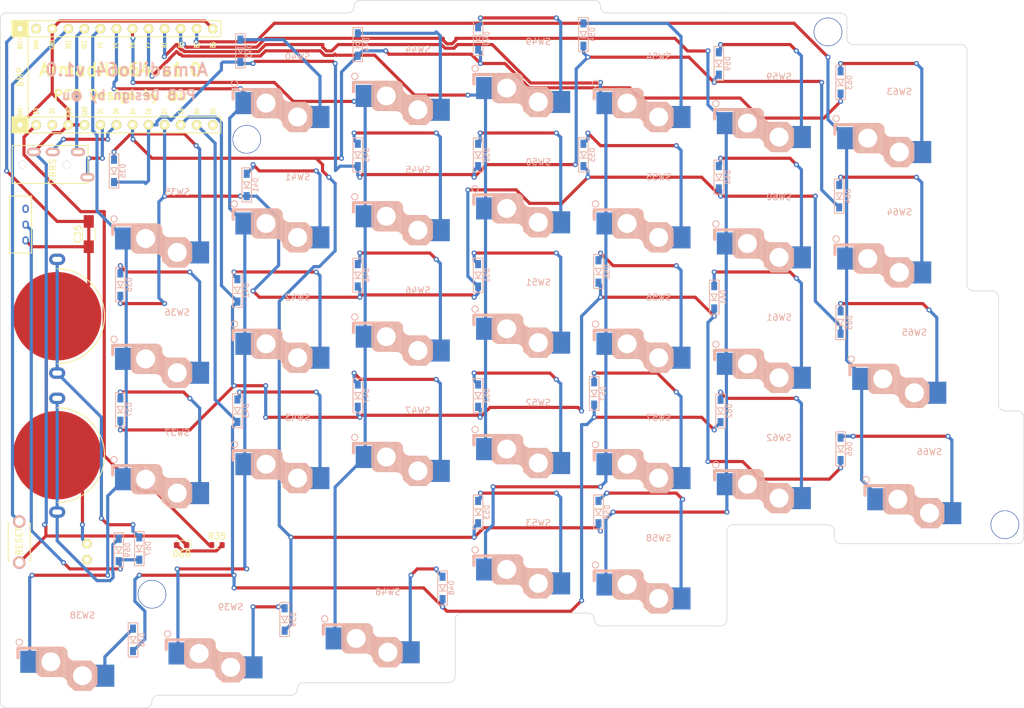
<source format=kicad_pcb>
(kicad_pcb (version 20241229) (generator "pcbnew") (generator_version "9.0")
  (layers (0 "F.Cu" signal) (2 "B.Cu" signal) (13 "F.Paste" user) (15 "B.Paste" user) (5 "F.SilkS" user "F.Silkscreen") (7 "B.SilkS" user "B.Silkscreen") (1 "F.Mask" user) (3 "B.Mask" user) (25 "Edge.Cuts" user))
  (net 0 "")
  (net 1 "GND")
  (net 2 "VCC")
  (net 3 "Row0")
  (net 4 "Row1")
  (net 5 "Row2")
  (net 6 "Row3")
  (net 7 "Row4")
  (net 8 "Data_SCL")
  (net 9 "Bat+")
  (net 10 "LED")
  (net 11 "SDA")
  (net 12 "Col0")
  (net 13 "Col1")
  (net 14 "Col2")
  (net 15 "Col3")
  (net 16 "Col4")
  (net 17 "Col5")
  (net 18 "Col6")
  (net 19 "Reset")
  (net 20 "Net-(BT35-+)")
  (net 21 "Net-(BT36-+)")
  (net 22 "Net-(D35-A)")
  (net 23 "Net-(D36-A)")
  (net 24 "Net-(D37-A)")
  (net 25 "Net-(D38-A)")
  (net 26 "Net-(D39-A)")
  (net 27 "Net-(D40-A)")
  (net 28 "Net-(D41-A)")
  (net 29 "Net-(D42-A)")
  (net 30 "Net-(D43-A)")
  (net 31 "Net-(D44-A)")
  (net 32 "Net-(D45-A)")
  (net 33 "Net-(D46-A)")
  (net 34 "Net-(D47-A)")
  (net 35 "Net-(D48-A)")
  (net 36 "Net-(D49-A)")
  (net 37 "Net-(D50-A)")
  (net 38 "Net-(D51-A)")
  (net 39 "Net-(D52-A)")
  (net 40 "Net-(D53-A)")
  (net 41 "Net-(D54-A)")
  (net 42 "Net-(D55-A)")
  (net 43 "Net-(D56-A)")
  (net 44 "Net-(D57-A)")
  (net 45 "Net-(D58-A)")
  (net 46 "Net-(D59-A)")
  (net 47 "Net-(D60-A)")
  (net 48 "Net-(D61-A)")
  (net 49 "Net-(D62-A)")
  (net 50 "Net-(D63-A)")
  (net 51 "Net-(D64-A)")
  (net 52 "Net-(D65-A)")
  (net 53 "Net-(D66-A)")
  (net 54 "Net-(D67-K)")
  (net 55 "Net-(D68-A)")
  (net 56 "Bat-")
  (footprint "kbd_Parts:Diode_SMD" (layer "F.Cu") (at 95.25 19.65625 90)
    (property "Reference" "D49")
    (property "Value" "D" (hide yes))
  )
  (footprint "kbd_Parts:Diode_SMD" (layer "F.Cu") (at 114.3 94.625 90)
    (property "Reference" "D58")
    (property "Value" "D" (hide yes))
  )
  (footprint "kbd_Parts:Diode_SMD" (layer "F.Cu") (at 113.625 75.85 90)
    (property "Reference" "D57")
    (property "Value" "D" (hide yes))
  )
  (footprint "kbd_Parts:Diode_SMD" (layer "F.Cu") (at 114.3 56.54375 90)
    (property "Reference" "D56")
    (property "Value" "D" (hide yes))
  )
  (footprint "kbd_Parts:Diode_SMD" (layer "F.Cu") (at 111.91875 38.1 90)
    (property "Reference" "D55")
    (property "Value" "D" (hide yes))
  )
  (footprint "kbd_Parts:Diode_SMD" (layer "F.Cu") (at 111.91875 19.05 90)
    (property "Reference" "D54")
    (property "Value" "D" (hide yes))
  )
  (footprint "kbd_Parts:Diode_SMD" (layer "F.Cu") (at 95.25 94.625 90)
    (property "Reference" "D53")
    (property "Value" "D" (hide yes))
  )
  (footprint "kbd_Parts:Diode_SMD" (layer "F.Cu") (at 95.25 76.2 90)
    (property "Reference" "D52")
    (property "Value" "D" (hide yes))
  )
  (footprint "kbd_Parts:Diode_SMD" (layer "F.Cu") (at 95.25 57.15 90)
    (property "Reference" "D51")
    (property "Value" "D" (hide yes))
  )
  (footprint "kbd_Parts:Diode_SMD" (layer "F.Cu") (at 95.25 38.1 90)
    (property "Reference" "D50")
    (property "Value" "D" (hide yes))
  )
  (footprint "kbd_Parts:Diode_SMD" (layer "F.Cu") (at 89.625 106.625 90)
    (property "Reference" "D48")
    (property "Value" "D" (hide yes))
  )
  (footprint "kbd_Parts:Diode_SMD" (layer "F.Cu") (at 76.2 76.2 90)
    (property "Reference" "D47")
    (property "Value" "D" (hide yes))
  )
  (footprint "kbd_Parts:Diode_SMD" (layer "F.Cu") (at 76.2 57.15 90)
    (property "Reference" "D46")
    (property "Value" "D" (hide yes))
  )
  (footprint "kbd_Parts:Diode_SMD" (layer "F.Cu") (at 133.35 23.625 90)
    (property "Reference" "D59")
    (property "Value" "D" (hide yes))
  )
  (footprint "kbd_Parts:Diode_SMD" (layer "F.Cu") (at 132.625 60.625 90)
    (property "Reference" "D61")
    (property "Value" "D" (hide yes))
  )
  (footprint "kbd_Parts:Diode_SMD" (layer "F.Cu") (at 133.35 41.625 90)
    (property "Reference" "D60")
    (property "Value" "D" (hide yes))
  )
  (footprint "kbd_Parts:Diode_SMD" (layer "F.Cu") (at 133.625 78.625 90)
    (property "Reference" "D62")
    (property "Value" "D" (hide yes))
  )
  (footprint "kbd_Parts:Diode_SMD" (layer "F.Cu") (at 58.625 42.85 90)
    (property "Reference" "D41")
    (property "Value" "D" (hide yes))
  )
  (footprint "kbd_Parts:Diode_SMD" (layer "F.Cu") (at 57.15 59.53125 90)
    (property "Reference" "D42")
    (property "Value" "D" (hide yes))
  )
  (footprint "kbd_Parts:Diode_SMD" (layer "F.Cu") (at 57.15 78.58125 90)
    (property "Reference" "D43")
    (property "Value" "D" (hide yes))
  )
  (footprint "kbd_Parts:Diode_SMD" (layer "F.Cu") (at 76.2 20.625 90)
    (property "Reference" "D44")
    (property "Value" "D" (hide yes))
  )
  (footprint "kbd_Parts:Diode_SMD" (layer "F.Cu") (at 76.2 38.1 90)
    (property "Reference" "D45")
    (property "Value" "D" (hide yes))
  )
  (footprint "kbd_Parts:Diode_SMD" (layer "F.Cu") (at 37.625 40.625 90)
    (property "Reference" "D35")
    (property "Value" "D" (hide yes))
  )
  (footprint "kbd_Parts:Diode_SMD" (layer "F.Cu") (at 38.625 58.625 90)
    (property "Reference" "D36")
    (property "Value" "D" (hide yes))
  )
  (footprint "kbd_Parts:Diode_SMD" (layer "F.Cu") (at 38.625 78.4 90)
    (property "Reference" "D37")
    (property "Value" "D" (hide yes))
  )
  (footprint "kbd_Parts:Diode_SMD" (layer "F.Cu") (at 40.625 114.85 90)
    (property "Reference" "D38")
    (property "Value" "D" (hide yes))
  )
  (footprint "kbd_Parts:Diode_SMD" (layer "F.Cu") (at 64.625 111.625 90)
    (property "Reference" "D39")
    (property "Value" "D" (hide yes))
  )
  (footprint "kbd_Parts:Diode_SMD" (layer "F.Cu") (at 57.625 21.625 90)
    (property "Reference" "D40")
    (property "Value" "D" (hide yes))
  )
  (footprint "kbd_Parts:TGSW_MSK-12D19" (layer "F.Cu") (at 22.575 49.125 90)
    (property "Reference" "SW68")
    (property "Value" "SW_SPDT" (hide yes))
  )
  (footprint "kbd_Parts:Diode_SMD" (layer "F.Cu") (at 152.625 26.625 90)
    (property "Reference" "D63")
    (property "Value" "D" (hide yes))
  )
  (footprint "kbd_Parts:Diode_SMD" (layer "F.Cu") (at 38.362626 100.625 90)
    (property "Reference" "D69")
    (property "Value" "D" (hide yes))
  )
  (footprint "kbd_Parts:Battery_BMP_2pin" (layer "F.Cu") (at 33.3375 101.169)
    (property "Reference" "J36" (hide yes))
    (property "Value" "Conn_01x02" (hide yes))
  )
  (footprint "kbd_Parts:Battery_ali_CR1632" (layer "F.Cu") (at 28.625 85.625 90)
    (property "Reference" "BT36" (hide yes))
    (property "Value" "Battery_Cell")
  )
  (footprint "LED_SMD:LED_0603_1608Metric" (layer "F.Cu") (at 48.325 99.85 180)
    (property "Reference" "D68")
    (property "Value" "LED")
  )
  (footprint "kbd_Parts:Battery_ali_CR1632" (layer "F.Cu") (at 28.625 63.625 90)
    (property "Reference" "BT35" (hide yes))
    (property "Value" "Battery_Cell")
  )
  (footprint "kbd_Hole:m2_Spacer_Hole" (layer "F.Cu") (at 150.625 18.625)
    (property "Reference" "Ref**")
    (property "Value" "Val**")
  )
  (footprint "kbd_Parts:Diode_SMD" (layer "F.Cu") (at 41.625 100.4 90)
    (property "Reference" "D67")
    (property "Value" "D" (hide yes))
  )
  (footprint "kbd_Parts:Diode_SMD" (layer "F.Cu") (at 152.4 44.625 90)
    (property "Reference" "D64")
    (property "Value" "D" (hide yes))
  )
  (footprint "kbd_Parts:Diode_SMD" (layer "F.Cu") (at 152.625 84.625 90)
    (property "Reference" "D66")
    (property "Value" "D" (hide yes))
  )
  (footprint "kbd_Parts:Micon_BMP_7sKB" (layer "F.Cu") (at 39.784 25.7739 90)
    (property "Reference" "U35" (hide yes))
    (property "Value" "BLEMicroPro" (hide yes))
  )
  (footprint "kbd_Hole:m2_Spacer_Hole" (layer "F.Cu") (at 58.625 35.625)
    (property "Reference" "Ref**")
    (property "Value" "Val**")
  )
  (footprint "kbd_Hole:m2_Spacer_Hole" (layer "F.Cu") (at 43.625 107.625)
    (property "Reference" "Ref**")
    (property "Value" "Val**")
  )
  (footprint "kbd_Parts:Capacitor_1206" (layer "F.Cu") (at 33.625 50.625 90)
    (property "Reference" "C35")
    (property "Value" "C")
  )
  (footprint "Resistor_SMD:R_0603_1608Metric" (layer "F.Cu") (at 53.9125 99.85)
    (property "Reference" "R35")
    (property "Value" "R")
  )
  (footprint "kbd_Hole:m2_Spacer_Hole" (layer "F.Cu") (at 178.625 96.625)
    (property "Reference" "Ref**")
    (property "Value" "Val**")
  )
  (footprint "kbd_Parts:Diode_SMD" (layer "F.Cu") (at 152.625 64.625 90)
    (property "Reference" "D65")
    (property "Value" "D" (hide yes))
  )
  (footprint "kbd_SW_PCBA:Choc_v2_Hotswap_1u" (layer "B.Cu") (at 47.625 85.725 180)
    (property "Reference" "SW37")
    (property "Value" "SW_PUSH" (hide yes))
  )
  (footprint "kbd_SW_PCBA:Choc_v2_Hotswap_1.5u" (layer "B.Cu") (at 166.6875 88.89375 180)
    (property "Reference" "SW66")
    (property "Value" "SW_PUSH" (hide yes))
  )
  (footprint "kbd_SW_PCBA:Choc_v2_Hotswap_1u" (layer "B.Cu") (at 142.875 86.5125 180)
    (property "Reference" "SW62")
    (property "Value" "SW_PUSH" (hide yes))
  )
  (footprint "kbd_SW_PCBA:Choc_v2_Hotswap_1u" (layer "B.Cu") (at 142.875 29.3625 180)
    (property "Reference" "SW59")
    (property "Value" "SW_PUSH" (hide yes))
  )
  (footprint "kbd_SW_PCBA:Choc_v2_Hotswap_1u" (layer "B.Cu") (at 142.875 48.4125 180)
    (property "Reference" "SW60")
    (property "Value" "SW_PUSH" (hide yes))
  )
  (footprint "kbd_SW_PCBA:Choc_v2_Hotswap_1u" (layer "B.Cu") (at 161.925 50.79375 180)
    (property "Reference" "SW64")
    (property "Value" "SW_PUSH" (hide yes))
  )
  (footprint "kbd_SW_PCBA:Choc_v2_Hotswap_1.25u" (layer "B.Cu") (at 164.30625 69.84375 180)
    (property "Reference" "SW65")
    (property "Value" "SW_PUSH" (hide yes))
  )
  (footprint "kbd_SW_PCBA:Choc_v2_Hotswap_1u" (layer "B.Cu") (at 104.775 100.0125 180)
    (property "Reference" "SW53")
    (property "Value" "SW_PUSH" (hide yes))
  )
  (footprint "kbd_SW_PCBA:Choc_v2_Hotswap_1u" (layer "B.Cu") (at 123.825 102.39375 180)
    (property "Reference" "SW58")
    (property "Value" "SW_PUSH" (hide yes))
  )
  (footprint "kbd_SW_PCBA:Choc_v2_Hotswap_1u" (layer "B.Cu") (at 104.775 23.8125 180)
    (property "Reference" "SW49")
    (property "Value" "SW_PUSH" (hide yes))
  )
  (footprint "kbd_SW_PCBA:Choc_v2_Hotswap_1u" (layer "B.Cu") (at 85.725 82.20625 180)
    (property "Reference" "SW47")
    (property "Value" "SW_PUSH" (hide yes))
  )
  (footprint "kbd_SW_PCBA:Choc_v2_Hotswap_1u" (layer "B.Cu") (at 85.725 63.15625 180)
    (property "Reference" "SW46")
    (property "Value" "SW_PUSH" (hide yes))
  )
  (footprint "kbd_SW_PCBA:Choc_v2_Hotswap_1u" (layer "B.Cu") (at 85.725 44.10625 180)
    (property "Reference" "SW45")
    (property "Value" "SW_PUSH" (hide yes))
  )
  (footprint "kbd_SW_PCBA:Choc_v2_Hotswap_1u" (layer "B.Cu") (at 66.675 64.29375 180)
    (property "Reference" "SW42")
    (property "Value" "SW_PUSH" (hide yes))
  )
  (footprint "kbd_SW_PCBA:Choc_v2_Hotswap_1u" (layer "B.Cu") (at 66.675 45.24375 180)
    (property "Reference" "SW41")
    (property "Value" "SW_PUSH" (hide yes))
  )
  (footprint "kbd_SW_PCBA:Choc_v2_Hotswap_1u" (layer "B.Cu") (at 66.675 26.19375 180)
    (property "Reference" "SW40")
    (property "Value" "SW_PUSH" (hide yes))
  )
  (footprint "kbd_SW_PCBA:Choc_v2_Hotswap_1u" (layer "B.Cu") (at 56.0875 113.3 180)
    (property "Reference" "SW39")
    (property "Value" "SW_PUSH" (hide yes))
  )
  (footprint "kbd_SW_PCBA:Choc_v2_Hotswap_1u" (layer "B.Cu") (at 80.9625 110.91875 180)
    (property "Reference" "SW48")
    (property "Value" "SW_PUSH" (hide yes))
  )
  (footprint "kbd_SW_PCBA:Choc_v2_Hotswap_1u" (layer "B.Cu") (at 104.775 61.9125 180)
    (property "Reference" "SW51")
    (property "Value" "SW_PUSH" (hide yes))
  )
  (footprint "kbd_SW_PCBA:Choc_v2_Hotswap_1u" (layer "B.Cu") (at 104.775 80.9625 180)
    (property "Reference" "SW52")
    (property "Value" "SW_PUSH" (hide yes))
  )
  (footprint "kbd_SW_PCBA:Choc_v2_Hotswap_1u" (layer "B.Cu") (at 123.825 45.24375 180)
    (property "Reference" "SW55")
    (property "Value" "SW_PUSH" (hide yes))
  )
  (footprint "kbd_SW_PCBA:Choc_v2_Hotswap_1u" (layer "B.Cu") (at 123.825 64.29375 180)
    (property "Reference" "SW56")
    (property "Value" "SW_PUSH" (hide yes))
  )
  (footprint "kbd_SW_PCBA:Choc_v2_Hotswap_1u" (layer "B.Cu") (at 123.825 83.34375 180)
    (property "Reference" "SW57")
    (property "Value" "SW_PUSH" (hide yes))
  )
  (footprint "kbd_SW_PCBA:Choc_v2_Hotswap_1u" (layer "B.Cu") (at 142.875 67.4625 180)
    (property "Reference" "SW61")
    (property "Value" "SW_PUSH" (hide yes))
  )
  (footprint "kbd_SW_PCBA:Choc_v2_Hotswap_1u" (layer "B.Cu") (at 47.625 47.625 180)
    (property "Reference" "SW35")
    (property "Value" "SW_PUSH" (hide yes))
  )
  (footprint "kbd_SW_PCBA:Choc_v2_Hotswap_1u" (layer "B.Cu") (at 47.625 66.675 180)
    (property "Reference" "SW36")
    (property "Value" "SW_PUSH" (hide yes))
  )
  (footprint "kbd_SW_PCBA:Choc_v2_Hotswap_1u" (layer "B.Cu") (at 104.775 42.8625 180)
    (property "Reference" "SW50")
    (property "Value" "SW_PUSH" (hide yes))
  )
  (footprint "kbd_SW_PCBA:Choc_v2_Hotswap_1u" (layer "B.Cu") (at 123.825 26.19375 180)
    (property "Reference" "SW54")
    (property "Value" "SW_PUSH" (hide yes))
  )
  (footprint "kbd_SW_PCBA:Choc_v2_Hotswap_1u" (layer "B.Cu") (at 66.675 83.34375 180)
    (property "Reference" "SW43")
    (property "Value" "SW_PUSH" (hide yes))
  )
  (footprint "kbd_SW_PCBA:Choc_v2_Hotswap_1u" (layer "B.Cu") (at 32.625 114.625 180)
    (property "Reference" "SW38")
    (property "Value" "SW_PUSH" (hide yes))
  )
  (footprint "kbd_SW_PCBA:Choc_v2_Hotswap_1u" (layer "B.Cu") (at 161.925 31.74375 180)
    (property "Reference" "SW63")
    (property "Value" "SW_PUSH" (hide yes))
  )
  (footprint "kbd_Parts:ResetSW" (layer "B.Cu") (at 22.625 99.375 90)
    (property "Reference" "SW67" (hide yes))
    (property "Value" "SW_PUSH")
  )
  (footprint "kbd_SW_PCBA:Choc_v2_Hotswap_1u" (layer "B.Cu") (at 85.725 25.05625 180)
    (property "Reference" "SW44")
    (property "Value" "SW_PUSH" (hide yes))
  )
  (footprint "kbd_Parts:TRRS_MJ-4PP-9" (layer "B.Cu") (at 27.625 39.625 -90)
    (property "Reference" "J35")
    (property "Value" "MJ-4PP-9" (hide yes))
  )
  (gr_line (start 48.625 33.625) (end 47.625 33.625) (stroke (width 0.2)) (layer "B.Cu") (net 6))
  (gr_line (start 42.625 125.625) (end 20.625 125.625) (stroke (width 0.1)) (layer "Edge.Cuts"))
  (gr_line (start 150.625 96.625) (end 135.625 96.625) (stroke (width 0.1)) (layer "Edge.Cuts"))
  (gr_arc (start 43.625 124.625) (mid 43.917893 123.917893) (end 44.625 123.625) (stroke (width 0.1)) (layer "Edge.Cuts"))
  (gr_arc (start 113.625 13.625) (mid 114.332107 13.917893) (end 114.625 14.625) (stroke (width 0.1)) (layer "Edge.Cuts"))
  (gr_line (start 19.625 124.625) (end 19.625 99.625) (stroke (width 0.1)) (layer "Edge.Cuts"))
  (gr_arc (start 173.625 59.625) (mid 172.917893 59.332107) (end 172.625 58.625) (stroke (width 0.1)) (layer "Edge.Cuts"))
  (gr_arc (start 75.625 14.625) (mid 75.917893 13.917893) (end 76.625 13.625) (stroke (width 0.1)) (layer "Edge.Cuts"))
  (gr_arc (start 43.625 124.625) (mid 43.332107 125.332107) (end 42.625 125.625) (stroke (width 0.1)) (layer "Edge.Cuts"))
  (gr_line (start 133.625 112.625) (end 114.625 112.625) (stroke (width 0.1)) (layer "Edge.Cuts"))
  (gr_arc (start 178.625 78.625) (mid 177.917893 78.332107) (end 177.625 77.625) (stroke (width 0.1)) (layer "Edge.Cuts"))
  (gr_line (start 134.625 97.625) (end 134.625 111.625) (stroke (width 0.1)) (layer "Edge.Cuts"))
  (gr_line (start 112.625 110.625) (end 92.625 110.625) (stroke (width 0.1)) (layer "Edge.Cuts"))
  (gr_arc (start 112.625 110.625) (mid 113.332107 110.917893) (end 113.625 111.625) (stroke (width 0.1)) (layer "Edge.Cuts"))
  (gr_line (start 154.625 20.625) (end 171.625 20.625) (stroke (width 0.1)) (layer "Edge.Cuts"))
  (gr_arc (start 19.625 16.625) (mid 19.917893 15.917893) (end 20.625 15.625) (stroke (width 0.1)) (layer "Edge.Cuts"))
  (gr_line (start 65.625 123.625) (end 44.625 123.625) (stroke (width 0.1)) (layer "Edge.Cuts"))
  (gr_line (start 172.625 58.625) (end 172.625 21.625) (stroke (width 0.1)) (layer "Edge.Cuts"))
  (gr_line (start 181.625 79.625) (end 181.625 98.625) (stroke (width 0.1)) (layer "Edge.Cuts"))
  (gr_arc (start 152.625 99.625) (mid 151.917893 99.332107) (end 151.625 98.625) (stroke (width 0.1)) (layer "Edge.Cuts"))
  (gr_arc (start 181.625 98.625) (mid 181.332107 99.332107) (end 180.625 99.625) (stroke (width 0.1)) (layer "Edge.Cuts"))
  (gr_line (start 178.625 78.625) (end 180.625 78.625) (stroke (width 0.1)) (layer "Edge.Cuts"))
  (gr_line (start 180.625 99.625) (end 152.625 99.625) (stroke (width 0.1)) (layer "Edge.Cuts"))
  (gr_line (start 133.625 15.625) (end 152.625 15.625) (stroke (width 0.1)) (layer "Edge.Cuts"))
  (gr_arc (start 134.625 97.625) (mid 134.917893 96.917893) (end 135.625 96.625) (stroke (width 0.1)) (layer "Edge.Cuts"))
  (gr_arc (start 176.625 59.625) (mid 177.332107 59.917893) (end 177.625 60.625) (stroke (width 0.1)) (layer "Edge.Cuts"))
  (gr_line (start 19.625 99.625) (end 19.625 16.625) (stroke (width 0.1)) (layer "Edge.Cuts"))
  (gr_arc (start 20.625 125.625) (mid 19.917893 125.332107) (end 19.625 124.625) (stroke (width 0.1)) (layer "Edge.Cuts"))
  (gr_line (start 20.625 15.625) (end 74.625 15.625) (stroke (width 0.1)) (layer "Edge.Cuts"))
  (gr_line (start 91.625 111.625) (end 91.625 120.625) (stroke (width 0.1)) (layer "Edge.Cuts"))
  (gr_arc (start 91.625 111.625) (mid 91.917893 110.917893) (end 92.625 110.625) (stroke (width 0.1)) (layer "Edge.Cuts"))
  (gr_line (start 90.625 121.625) (end 67.625 121.625) (stroke (width 0.1)) (layer "Edge.Cuts"))
  (gr_line (start 177.625 60.625) (end 177.625 77.625) (stroke (width 0.1)) (layer "Edge.Cuts"))
  (gr_arc (start 114.625 112.625) (mid 113.917893 112.332107) (end 113.625 111.625) (stroke (width 0.1)) (layer "Edge.Cuts"))
  (gr_arc (start 66.625 122.625) (mid 66.917893 121.917893) (end 67.625 121.625) (stroke (width 0.1)) (layer "Edge.Cuts"))
  (gr_line (start 153.625 16.625) (end 153.625 19.625) (stroke (width 0.1)) (layer "Edge.Cuts"))
  (gr_arc (start 134.625 111.625) (mid 134.332107 112.332107) (end 133.625 112.625) (stroke (width 0.1)) (layer "Edge.Cuts"))
  (gr_arc (start 171.625 20.625) (mid 172.332107 20.917893) (end 172.625 21.625) (stroke (width 0.1)) (layer "Edge.Cuts"))
  (gr_arc (start 66.625 122.625) (mid 66.332107 123.332107) (end 65.625 123.625) (stroke (width 0.1)) (layer "Edge.Cuts"))
  (gr_arc (start 115.625 15.625) (mid 114.917893 15.332107) (end 114.625 14.625) (stroke (width 0.1)) (layer "Edge.Cuts"))
  (gr_arc (start 154.625 20.625) (mid 153.917893 20.332107) (end 153.625 19.625) (stroke (width 0.1)) (layer "Edge.Cuts"))
  (gr_line (start 76.625 13.625) (end 113.625 13.625) (stroke (width 0.1)) (layer "Edge.Cuts"))
  (gr_line (start 151.625 98.625) (end 151.625 97.625) (stroke (width 0.1)) (layer "Edge.Cuts"))
  (gr_line (start 173.625 59.625) (end 176.625 59.625) (stroke (width 0.1)) (layer "Edge.Cuts"))
  (gr_arc (start 180.625 78.625) (mid 181.332107 78.917893) (end 181.625 79.625) (stroke (width 0.1)) (layer "Edge.Cuts"))
  (gr_arc (start 152.625 15.625) (mid 153.332107 15.917893) (end 153.625 16.625) (stroke (width 0.1)) (layer "Edge.Cuts"))
  (gr_arc (start 150.625 96.625) (mid 151.332107 96.917893) (end 151.625 97.625) (stroke (width 0.1)) (layer "Edge.Cuts"))
  (gr_line (start 115.625 15.625) (end 133.625 15.625) (stroke (width 0.1)) (layer "Edge.Cuts"))
  (gr_arc (start 91.625 120.625) (mid 91.332107 121.332107) (end 90.625 121.625) (stroke (width 0.1)) (layer "Edge.Cuts"))
  (gr_arc (start 75.625 14.625) (mid 75.332107 15.332107) (end 74.625 15.625) (stroke (width 0.1)) (layer "Edge.Cuts"))
  (gr_text "PCB Design by @u" (at 38.625 28.625 0) (layer "F.SilkS") (effects (font (size 1.5 1.5) (thickness 0.3))))
  (gr_text "Armadillo64 v1.0" (at 38.625 24.625 0) (layer "F.SilkS") (effects (font (size 2 2) (thickness 0.35))))
  (gr_text "PCB Design by @u" (at 39.953572 28.625 0) (layer "B.SilkS") (effects (font (size 1.5 1.5) (thickness 0.3)) (justify mirror)))
  (gr_text "Armadillo64 v1.0" (at 39.625 24.625 0) (layer "B.SilkS") (effects (font (size 2 2) (thickness 0.35)) (justify mirror)))
  (segment (start 27.9995 34.5505) (end 24.925 37.625) (width 0.5) (layer "F.Cu") (net 1))
  (segment (start 27.846 18.1175) (end 29.059 16.9045) (width 0.5) (layer "F.Cu") (net 1))
  (segment (start 27.846 28.404) (end 30.386 30.944) (width 0.5) (layer "F.Cu") (net 1))
  (segment (start 30.386 33.3375) (end 29.173 34.5505) (width 0.5) (layer "F.Cu") (net 1))
  (segment (start 49.1125 99.85) (end 47.6745 98.412) (width 0.5) (layer "F.Cu") (net 1))
  (segment (start 26.625 96.625) (end 26.838 96.838) (width 0.5) (layer "F.Cu") (net 1))
  (segment (start 26.838 96.838) (end 26.838 98.412) (width 0.5) (layer "F.Cu") (net 1))
  (segment (start 26.838 98.412) (end 22.625 102.625) (width 0.5) (layer "F.Cu") (net 1))
  (segment (start 27.846 28.2575) (end 27.846 28.404) (width 0.5) (layer "F.Cu") (net 1))
  (segment (start 29.059 16.9045) (end 52.033 16.9045) (width 0.5) (layer "F.Cu") (net 1))
  (segment (start 29.173 34.5505) (end 27.9995 34.5505) (width 0.5) (layer "F.Cu") (net 1))
  (segment (start 30.386 30.944) (end 30.386 33.3375) (width 0.5) (layer "F.Cu") (net 1))
  (segment (start 27.846 18.1175) (end 27.846 28.2575) (width 0.5) (layer "F.Cu") (net 1))
  (segment (start 52.033 16.9045) (end 53.246 18.1175) (width 0.5) (layer "F.Cu") (net 1))
  (segment (start 47.6745 98.412) (end 26.838 98.412) (width 0.5) (layer "F.Cu") (net 1))
  (segment (start 27.846 28.2575) (end 22.766 33.3375) (width 0.5) (layer "F.Cu") (net 1))
  (segment (start 30.386 33.3375) (end 32.926 33.3375) (width 0.5) (layer "F.Cu") (net 1))
  (via (at 26.625 96.625) (size 0.8) (drill 0.4) (layers "F.Cu" "B.Cu") (net 1))
  (segment (start 26.899 39.599) (end 26.899 96.351) (width 0.5) (layer "B.Cu") (net 1))
  (segment (start 24.925 37.625) (end 26.899 39.599) (width 0.5) (layer "B.Cu") (net 1))
  (segment (start 26.899 96.351) (end 26.625 96.625) (width 0.5) (layer "B.Cu") (net 1))
  (segment (start 31.713 19.3305) (end 31.713 37.413) (width 0.5) (layer "B.Cu") (net 2))
  (segment (start 32.926 18.1175) (end 31.713 19.3305) (width 0.5) (layer "B.Cu") (net 2))
  (segment (start 31.713 37.413) (end 31.925 37.625) (width 0.5) (layer "B.Cu") (net 2))
  (segment (start 69.625 38.625) (end 73.625 38.625) (width 0.5) (layer "F.Cu") (net 3))
  (segment (start 120.855841 29.09475) (end 119.237091 27.476) (width 0.5) (layer "F.Cu") (net 3))
  (segment (start 136.737091 29.09475) (end 120.855841 29.09475) (width 0.5) (layer "F.Cu") (net 3))
  (segment (start 70.625 40.625) (end 70.625 39.625) (width 0.5) (layer "F.Cu") (net 3))
  (segment (start 119.237091 27.476) (end 103.344502 27.476) (width 0.5) (layer "F.Cu") (net 3))
  (segment (start 70.625 39.625) (end 69.625 38.625) (width 0.5) (layer "F.Cu") (net 3))
  (segment (start 99.493502 23.625) (end 95.625 23.625) (width 0.5) (layer "F.Cu") (net 3))
  (segment (start 40.625 35.625) (end 43.625 38.625) (width 0.5) (layer "F.Cu") (net 3))
  (segment (start 139.905841 32.2635) (end 136.737091 29.09475) (width 0.5) (layer "F.Cu") (net 3))
  (segment (start 95.625 23.625) (end 94.15525 22.15525) (width 0.5) (layer "F.Cu") (net 3))
  (segment (start 152.625 29.625) (end 149.9865 32.2635) (width 0.5) (layer "F.Cu") (net 3))
  (segment (start 114.1115 97.1115) (end 96.1385 97.1115) (width 0.5) (layer "F.Cu") (net 3))
  (segment (start 149.9865 32.2635) (end 139.905841 32.2635) (width 0.5) (layer "F.Cu") (net 3))
  (segment (start 71.625 41.625) (end 70.625 40.625) (width 0.5) (layer "F.Cu") (net 3))
  (segment (start 96.1385 97.1115) (end 94.625 98.625) (width 0.5) (layer "F.Cu") (net 3))
  (segment (start 114.625 97.625) (end 114.1115 97.1115) (width 0.5) (layer "F.Cu") (net 3))
  (segment (start 65.625 98.625) (end 94.625 98.625) (width 0.5) (layer "F.Cu") (net 3))
  (segment (start 94.15525 22.15525) (end 81.15525 22.15525) (width 0.5) (layer "F.Cu") (net 3))
  (segment (start 43.625 38.625) (end 69.625 38.625) (width 0.5) (layer "F.Cu") (net 3))
  (segment (start 81.15525 22.15525) (end 80.625 21.625) (width 0.5) (layer "F.Cu") (net 3))
  (segment (start 103.344502 27.476) (end 99.493502 23.625) (width 0.5) (layer "F.Cu") (net 3))
  (via (at 71.625 41.625) (size 0.8) (drill 0.4) (layers "F.Cu" "B.Cu") (net 3))
  (via (at 94.625 98.625) (size 0.8) (drill 0.4) (layers "F.Cu" "B.Cu") (net 3))
  (via (at 65.625 98.625) (size 0.8) (drill 0.4) (layers "F.Cu" "B.Cu") (net 3))
  (via (at 95.625 23.625) (size 0.8) (drill 0.4) (layers "F.Cu" "B.Cu") (net 3))
  (via (at 80.625 21.625) (size 0.8) (drill 0.4) (layers "F.Cu" "B.Cu") (net 3))
  (via (at 152.625 29.625) (size 0.8) (drill 0.4) (layers "F.Cu" "B.Cu") (net 3))
  (via (at 114.625 97.625) (size 0.8) (drill 0.4) (layers "F.Cu" "B.Cu") (net 3))
  (via (at 73.625 38.625) (size 0.8) (drill 0.4) (layers "F.Cu" "B.Cu") (net 3))
  (via (at 40.625 35.625) (size 0.8) (drill 0.4) (layers "F.Cu" "B.Cu") (net 3))
  (segment (start 94.625 97.025) (end 95.25 96.4) (width 0.5) (layer "B.Cu") (net 3))
  (segment (start 72.625 53.269878) (end 72.625 42.625) (width 0.5) (layer "B.Cu") (net 3))
  (segment (start 94.625 98.625) (end 94.625 97.025) (width 0.5) (layer "B.Cu") (net 3))
  (segment (start 63.774 96.774) (end 63.774 61.272504) (width 0.5) (layer "B.Cu") (net 3))
  (segment (start 73.625 24.975) (end 76.2 22.4) (width 0.5) (layer "B.Cu") (net 3))
  (segment (start 76.975 21.625) (end 76.2 22.4) (width 0.5) (layer "B.Cu") (net 3))
  (segment (start 152.625 28.4) (end 152.625 29.625) (width 0.5) (layer "B.Cu") (net 3))
  (segment (start 95.625 23.625) (end 95.625 21.80625) (width 0.5) (layer "B.Cu") (net 3))
  (segment (start 114.3 96.4) (end 114.3 97.3) (width 0.5) (layer "B.Cu") (net 3))
  (segment (start 40.546 35.546) (end 40.625 35.625) (width 0.5) (layer "B.Cu") (net 3))
  (segment (start 95.625 21.80625) (end 95.25 21.43125) (width 0.5) (layer "B.Cu") (net 3))
  (segment (start 40.546 33.3375) (end 40.546 35.546) (width 0.5) (layer "B.Cu") (net 3))
  (segment (start 63.774 61.272504) (end 69.272504 55.774) (width 0.5) (layer "B.Cu") (net 3))
  (segment (start 64.625 113.4) (end 65.625 112.4) (width 0.5) (layer "B.Cu") (net 3))
  (segment (start 65.625 98.625) (end 63.774 96.774) (width 0.5) (layer "B.Cu") (net 3))
  (segment (start 80.625 21.625) (end 76.975 21.625) (width 0.5) (layer "B.Cu") (net 3))
  (segment (start 73.625 38.625) (end 73.625 24.975) (width 0.5) (layer "B.Cu") (net 3))
  (segment (start 70.120878 55.774) (end 72.625 53.269878) (width 0.5) (layer "B.Cu") (net 3))
  (segment (start 69.272504 55.774) (end 70.120878 55.774) (width 0.5) (layer "B.Cu") (net 3))
  (segment (start 114.3 97.3) (end 114.625 97.625) (width 0.5) (layer "B.Cu") (net 3))
  (segment (start 65.625 112.4) (end 65.625 98.625) (width 0.5) (layer "B.Cu") (net 3))
  (segment (start 72.625 42.625) (end 71.625 41.625) (width 0.5) (layer "B.Cu") (net 3))
  (segment (start 59.95725 23.29275) (end 59.625 23.625) (width 0.5) (layer "F.Cu") (net 4))
  (segment (start 149.625 26.625) (end 149.4615 26.4615) (width 0.5) (layer "F.Cu") (net 4))
  (segment (start 96.625 39.625) (end 110.625 39.625) (width 0.5) (layer "F.Cu") (net 4))
  (segment (start 94.625 41.625) (end 96.625 39.625) (width 0.5) (layer "F.Cu") (net 4))
  (segment (start 76.94475 41.20525) (end 94.20525 41.20525) (width 0.5) (layer "F.Cu") (net 4))
  (segment (start 149.4615 26.4615) (end 132.7885 26.4615) (width 0.5) (layer "F.Cu") (net 4))
  (segment (start 72.29275 23.29275) (end 59.95725 23.29275) (width 0.5) (layer "F.Cu") (net 4))
  (segment (start 76.525 41.625) (end 76.94475 41.20525) (width 0.5) (layer "F.Cu") (net 4))
  (segment (start 132.7885 26.4615) (end 132.625 26.625) (width 0.5) (layer "F.Cu") (net 4))
  (segment (start 72.625 23.625) (end 72.29275 23.29275) (width 0.5) (layer "F.Cu") (net 4))
  (segment (start 112.625 22.625) (end 128.625 22.625) (width 0.5) (layer "F.Cu") (net 4))
  (segment (start 94.20525 41.20525) (end 94.625 41.625) (width 0.5) (layer "F.Cu") (net 4))
  (segment (start 128.625 22.625) (end 132.625 26.625) (width 0.5) (layer "F.Cu") (net 4))
  (via (at 76.525 41.625) (size 0.8) (drill 0.4) (layers "F.Cu" "B.Cu") (net 4))
  (via (at 59.625 23.625) (size 0.8) (drill 0.4) (layers "F.Cu" "B.Cu") (net 4))
  (via (at 132.625 26.625) (size 0.8) (drill 0.4) (layers "F.Cu" "B.Cu") (net 4))
  (via (at 94.625 41.625) (size 0.8) (drill 0.4) (layers "F.Cu" "B.Cu") (net 4))
  (via (at 149.625 26.625) (size 0.8) (drill 0.4) (layers "F.Cu" "B.Cu") (net 4))
  (via (at 110.625 39.625) (size 0.8) (drill 0.4) (layers "F.Cu" "B.Cu") (net 4))
  (via (at 72.625 23.625) (size 0.8) (drill 0.4) (layers "F.Cu" "B.Cu") (net 4))
  (via (at 112.625 22.625) (size 0.8) (drill 0.4) (layers "F.Cu" "B.Cu") (net 4))
  (segment (start 57.625 23.4) (end 57.73225 23.29275) (width 0.5) (layer "B.Cu") (net 4))
  (segment (start 149.625 43.625) (end 149.625 26.625) (width 0.5) (layer "B.Cu") (net 4))
  (segment (start 76.2 39.875) (end 76.2 41.3) (width 0.5) (layer "B.Cu") (net 4))
  (segment (start 57.85 23.625) (end 57.625 23.4) (width 0.5) (layer "B.Cu") (net 4))
  (segment (start 110.776 24.474) (end 112.625 22.625) (width 0.5) (layer "B.Cu") (net 4))
  (segment (start 94.625 40.5) (end 95.25 39.875) (width 0.5) (layer "B.Cu") (net 4))
  (segment (start 152.4 46.4) (end 149.625 43.625) (width 0.5) (layer "B.Cu") (net 4))
  (segment (start 72.676 23.676) (end 72.625 23.625) (width 0.5) (layer "B.Cu") (net 4))
  (segment (start 54.625 24.625) (end 54.625 23.625) (width 0.5) (layer "B.Cu") (net 4))
  (segment (start 76.2 41.3) (end 76.525 41.625) (width 0.5) (layer "B.Cu") (net 4))
  (segment (start 72.676 40.574) (end 73.375 39.875) (width 0.5) (layer "B.Cu") (net 4))
  (segment (start 54.625 23.625) (end 54.85 23.4) (width 0.5) (layer "B.Cu") (net 4))
  (segment (start 59.625 23.625) (end 57.85 23.625) (width 0.5) (layer "B.Cu") (net 4))
  (segment (start 111.91875 20.825) (end 111.91875 21.91875) (width 0.5) (layer "B.Cu") (net 4))
  (segment (start 42.4 42.4) (end 37.625 42.4) (width 0.5) (layer "B.Cu") (net 4))
  (segment (start 111.91875 21.91875) (end 112.625 22.625) (width 0.5) (layer "B.Cu") (net 4))
  (segment (start 45.123558 32.1245) (end 46.128442 32.1245) (width 0.5) (layer "B.Cu") (net 4))
  (segment (start 43.086 42.164) (end 42.625 42.625) (width 0.5) (layer "B.Cu") (net 4))
  (segment (start 42.625 42.625) (end 42.4 42.4) (width 0.5) (layer "B.Cu") (net 4))
  (segment (start 110.776 39.474) (end 110.776 24.474) (width 0.5) (layer "B.Cu") (net 4))
  (segment (start 73.375 39.875) (end 76.2 39.875) (width 0.5) (layer "B.Cu") (net 4))
  (segment (start 46.128442 32.1245) (end 46.626971 32.623029) (width 0.5) (layer "B.Cu") (net 4))
  (segment (start 94.625 41.625) (end 94.625 40.5) (width 0.5) (layer "B.Cu") (net 4))
  (segment (start 110.625 39.625) (end 110.776 39.474) (width 0.5) (layer "B.Cu") (net 4))
  (segment (start 132.625 26.625) (end 132.625 26.125) (width 0.5) (layer "B.Cu") (net 4))
  (segment (start 72.676 23.676) (end 72.676 40.574) (width 0.5) (layer "B.Cu") (net 4))
  (segment (start 44.413 33.3375) (end 44.413 32.835058) (width 0.5) (layer "B.Cu") (net 4))
  (segment (start 43.086 33.3375) (end 44.413 33.3375) (width 0.5) (layer "B.Cu") (net 4))
  (segment (start 44.413 32.835058) (end 45.123558 32.1245) (width 0.5) (layer "B.Cu") (net 4))
  (segment (start 132.625 26.125) (end 133.35 25.4) (width 0.5) (layer "B.Cu") (net 4))
  (segment (start 54.85 23.4) (end 57.625 23.4) (width 0.5) (layer "B.Cu") (net 4))
  (segment (start 43.086 33.3375) (end 43.086 42.164) (width 0.5) (layer "B.Cu") (net 4))
  (segment (start 46.626971 32.623029) (end 54.625 24.625) (width 0.5) (layer "B.Cu") (net 4))
  (segment (start 38.625 61.625) (end 45.625 61.625) (width 0.5) (layer "F.Cu") (net 5))
  (segment (start 60.625 60.625) (end 59.625 59.625) (width 0.5) (layer "F.Cu") (net 5))
  (segment (start 57.625 44.625) (end 45.625 44.625) (width 0.5) (layer "F.Cu") (net 5))
  (segment (start 101.265341 43.625) (end 93.625 43.625) (width 0.5) (layer "F.Cu") (net 5))
  (segment (start 76.525 60.625) (end 60.625 60.625) (width 0.5) (layer "F.Cu") (net 5))
  (segment (start 94.625 60.625) (end 94.25525 60.25525) (width 0.5) (layer "F.Cu") (net 5))
  (segment (start 130.625 41.625) (end 112.625 41.625) (width 0.5) (layer "F.Cu") (net 5))
  (segment (start 112.625 41.625) (end 108.4865 45.7635) (width 0.5) (layer "F.Cu") (net 5))
  (segment (start 108.4865 45.7635) (end 103.403841 45.7635) (width 0.5) (layer "F.Cu") (net 5))
  (segment (start 148.625 44.625) (end 133.625 44.625) (width 0.5) (layer "F.Cu") (net 5))
  (segment (start 103.403841 45.7635) (end 101.265341 43.625) (width 0.5) (layer "F.Cu") (net 5))
  (segment (start 94.25525 60.25525) (end 76.89475 60.25525) (width 0.5) (layer "F.Cu") (net 5))
  (segment (start 133.625 44.625) (end 130.625 41.625) (width 0.5) (layer "F.Cu") (net 5))
  (segment (start 76.89475 60.25525) (end 76.525 60.625) (width 0.5) (layer "F.Cu") (net 5))
  (via (at 76.525 60.625) (size 0.8) (drill 0.4) (layers "F.Cu" "B.Cu") (net 5))
  (via (at 94.625 60.625) (size 0.8) (drill 0.4) (layers "F.Cu" "B.Cu") (net 5))
  (via (at 38.625 61.625) (size 0.8) (drill 0.4) (layers "F.Cu" "B.Cu") (net 5))
  (via (at 57.625 44.625) (size 0.8) (drill 0.4) (layers "F.Cu" "B.Cu") (net 5))
  (via (at 93.625 43.625) (size 0.8) (drill 0.4) (layers "F.Cu" "B.Cu") (net 5))
  (via (at 133.625 44.625) (size 0.8) (drill 0.4) (layers "F.Cu" "B.Cu") (net 5))
  (via (at 45.625 61.625) (size 0.8) (drill 0.4) (layers "F.Cu" "B.Cu") (net 5))
  (via (at 148.625 44.625) (size 0.8) (drill 0.4) (layers "F.Cu" "B.Cu") (net 5))
  (via (at 45.625 44.625) (size 0.8) (drill 0.4) (layers "F.Cu" "B.Cu") (net 5))
  (via (at 112.625 41.625) (size 0.8) (drill 0.4) (layers "F.Cu" "B.Cu") (net 5))
  (via (at 59.625 59.625) (size 0.8) (drill 0.4) (layers "F.Cu" "B.Cu") (net 5))
  (segment (start 38.625 60.4) (end 38.625 61.625) (width 0.5) (layer "B.Cu") (net 5))
  (segment (start 45.625 61.625) (end 44.724 60.724) (width 0.5) (layer "B.Cu") (net 5))
  (segment (start 76.525 59.25) (end 76.2 58.925) (width 0.5) (layer "B.Cu") (net 5))
  (segment (start 133.625 43.675) (end 133.35 43.4) (width 0.5) (layer "B.Cu") (net 5))
  (segment (start 45.626 44.624) (end 45.626 33.3375) (width 0.5) (layer "B.Cu") (net 5))
  (segment (start 152.625 66.4) (end 152.625 65.246872) (width 0.5) (layer "B.Cu") (net 5))
  (segment (start 112.625 40.58125) (end 111.91875 39.875) (width 0.5) (layer "B.Cu") (net 5))
  (segment (start 133.625 44.625) (end 133.625 43.675) (width 0.5) (layer "B.Cu") (net 5))
  (segment (start 95.25 58.925) (end 95.25 60) (width 0.5) (layer "B.Cu") (net 5))
  (segment (start 76.525 60.625) (end 76.525 59.25) (width 0.5) (layer "B.Cu") (net 5))
  (segment (start 59.625 59.625) (end 63.676 55.574) (width 0.5) (layer "B.Cu") (net 5))
  (segment (start 63.676 48.114909) (end 60.186091 44.625) (width 0.5) (layer "B.Cu") (net 5))
  (segment (start 60.186091 44.625) (end 58.625 44.625) (width 0.5) (layer "B.Cu") (net 5))
  (segment (start 93.625 43.625) (end 93.625 57.3) (width 0.5) (layer "B.Cu") (net 5))
  (segment (start 93.625 57.3) (end 95.25 58.925) (width 0.5) (layer "B.Cu") (net 5))
  (segment (start 45.625 44.625) (end 45.626 44.624) (width 0.5) (layer "B.Cu") (net 5))
  (segment (start 112.625 41.625) (end 112.625 40.58125) (width 0.5) (layer "B.Cu") (net 5))
  (segment (start 58.625 44.625) (end 57.625 44.625) (width 0.5) (layer "B.Cu") (net 5))
  (segment (start 95.25 60) (end 94.625 60.625) (width 0.5) (layer "B.Cu") (net 5))
  (segment (start 44.724 60.724) (end 44.724 45.526) (width 0.5) (layer "B.Cu") (net 5))
  (segment (start 63.676 55.574) (end 63.676 48.114909) (width 0.5) (layer "B.Cu") (net 5))
  (segment (start 148.625 61.246872) (end 148.625 44.625) (width 0.5) (layer "B.Cu") (net 5))
  (segment (start 44.724 45.526) (end 45.625 44.625) (width 0.5) (layer "B.Cu") (net 5))
  (segment (start 152.625 65.246872) (end 148.625 61.246872) (width 0.5) (layer "B.Cu") (net 5))
  (segment (start 76.84475 79.30525) (end 95.25525 79.30525) (width 0.5) (layer "F.Cu") (net 6))
  (segment (start 129.625 60.625) (end 114.625 60.625) (width 0.5) (layer "F.Cu") (net 6))
  (segment (start 76.525 79.625) (end 61.625 79.625) (width 0.5) (layer "F.Cu") (net 6))
  (segment (start 111.0615 78.0615) (end 97.1385 78.0615) (width 0.5) (layer "F.Cu") (net 6))
  (segment (start 76.525 79.625) (end 76.84475 79.30525) (width 0.5) (layer "F.Cu") (net 6))
  (segment (start 56.625 74.625) (end 61.625 74.625) (width 0.5) (layer "F.Cu") (net 6))
  (segment (start 111.625 78.625) (end 111.0615 78.0615) (width 0.5) (layer "F.Cu") (net 6))
  (segment (start 49.625 81.625) (end 38.625 81.625) (width 0.5) (layer "F.Cu") (net 6))
  (segment (start 132.625 63.625) (end 129.625 60.625) (width 0.5) (layer "F.Cu") (net 6))
  (segment (start 95.25525 79.30525) (end 95.575 79.625) (width 0.5) (layer "F.Cu") (net 6))
  (segment (start 56.625 74.625) (end 49.625 81.625) (width 0.5) (layer "F.Cu") (net 6))
  (segment (start 137.117341 86.625) (end 131.625 86.625) (width 0.5) (layer "F.Cu") (net 6))
  (segment (start 97.1385 78.0615) (end 95.575 79.625) (width 0.5) (layer "F.Cu") (net 6))
  (segment (start 150.8365 89.4135) (end 139.905841 89.4135) (width 0.5) (layer "F.Cu") (net 6))
  (segment (start 139.905841 89.4135) (end 137.117341 86.625) (width 0.5) (layer "F.Cu") (net 6))
  (segment (start 152.625 87.625) (end 150.8365 89.4135) (width 0.5) (layer "F.Cu") (net 6))
  (via (at 95.575 79.625) (size 0.8) (drill 0.4) (layers "F.Cu" "B.Cu") (net 6))
  (via (at 132.625 63.625) (size 0.8) (drill 0.4) (layers "F.Cu" "B.Cu") (net 6))
  (via (at 76.525 79.625) (size 0.8) (drill 0.4) (layers "F.Cu" "B.Cu") (net 6))
  (via (at 114.625 60.625) (size 0.8) (drill 0.4) (layers "F.Cu" "B.Cu") (net 6))
  (via (at 61.625 74.625) (size 0.8) (drill 0.4) (layers "F.Cu" "B.Cu") (net 6))
  (via (at 56.625 74.625) (size 0.8) (drill 0.4) (layers "F.Cu" "B.Cu") (net 6))
  (via (at 131.625 86.625) (size 0.8) (drill 0.4) (layers "F.Cu" "B.Cu") (net 6))
  (via (at 38.625 81.625) (size 0.8) (drill 0.4) (layers "F.Cu" "B.Cu") (net 6))
  (via (at 61.625 79.625) (size 0.8) (drill 0.4) (layers "F.Cu" "B.Cu") (net 6))
  (via (at 111.625 78.625) (size 0.8) (drill 0.4) (layers "F.Cu" "B.Cu") (net 6))
  (via (at 152.625 87.625) (size 0.8) (drill 0.4) (layers "F.Cu" "B.Cu") (net 6))
  (segment (start 132.625 63.625) (end 132.625 62.4) (width 0.5) (layer "B.Cu") (net 6))
  (segment (start 111.625 63.625) (end 111.625 78.625) (width 0.5) (layer "B.Cu") (net 6))
  (segment (start 53.748442 32.1245) (end 54.625 33.001058) (width 0.5) (layer "B.Cu") (net 6))
  (segment (start 49.379 32.1245) (end 53.748442 32.1245) (width 0.5) (layer "B.Cu") (net 6))
  (segment (start 76.2 77.975) (end 76.2 79.3) (width 0.5) (layer "B.Cu") (net 6))
  (segment (start 131.625 64.625) (end 132.625 63.625) (width 0.5) (layer "B.Cu") (net 6))
  (segment (start 56.374 74.374) (end 56.374 62.08225) (width 0.5) (layer "B.Cu") (net 6))
  (segment (start 131.625 86.625) (end 131.625 64.625) (width 0.5) (layer "B.Cu") (net 6))
  (segment (start 56.625 74.625) (end 56.374 74.374) (width 0.5) (layer "B.Cu") (net 6))
  (segment (start 114.625 58.64375) (end 114.3 58.31875) (width 0.5) (layer "B.Cu") (net 6))
  (segment (start 114.625 60.625) (end 111.625 63.625) (width 0.5) (layer "B.Cu") (net 6))
  (segment (start 56.374 62.08225) (end 57.15 61.30625) (width 0.5) (layer "B.Cu") (net 6))
  (segment (start 38.625 81.625) (end 38.625 80.175) (width 0.5) (layer "B.Cu") (net 6))
  (segment (start 48.166 33.3375) (end 49.379 32.1245) (width 0.5) (layer "B.Cu") (net 6))
  (segment (start 61.625 74.625) (end 61.625 79.625) (width 0.5) (layer "B.Cu") (net 6))
  (segment (start 114.625 60.625) (end 114.625 58.64375) (width 0.5) (layer "B.Cu") (net 6))
  (segment (start 54.625 33.001058) (end 54.625 58.78125) (width 0.5) (layer "B.Cu") (net 6))
  (segment (start 95.575 78.3) (end 95.25 77.975) (width 0.5) (layer "B.Cu") (net 6))
  (segment (start 152.625 86.4) (end 152.625 87.625) (width 0.5) (layer "B.Cu") (net 6))
  (segment (start 76.2 79.3) (end 76.525 79.625) (width 0.5) (layer "B.Cu") (net 6))
  (segment (start 95.575 79.625) (end 95.575 78.3) (width 0.5) (layer "B.Cu") (net 6))
  (segment (start 54.625 58.78125) (end 57.15 61.30625) (width 0.5) (layer "B.Cu") (net 6))
  (segment (start 130.625 79.625) (end 132.625 81.625) (width 0.5) (layer "F.Cu") (net 7))
  (segment (start 109.925247 110.324753) (end 111.625 108.625) (width 0.5) (layer "F.Cu") (net 7))
  (segment (start 89.625 109.625) (end 90.324753 110.324753) (width 0.5) (layer "F.Cu") (net 7))
  (segment (start 89.625 109.625) (end 86.625 106.625) (width 0.5) (layer "F.Cu") (net 7))
  (segment (start 41.625 104.625) (end 56.625 104.625) (width 0.5) (layer "F.Cu") (net 7))
  (segment (start 90.324753 110.324753) (end 109.925247 110.324753) (width 0.5) (layer "F.Cu") (net 7))
  (segment (start 86.625 106.625) (end 56.625 106.625) (width 0.5) (layer "F.Cu") (net 7))
  (segment (start 113.625 79.625) (end 130.625 79.625) (width 0.5) (layer "F.Cu") (net 7))
  (via (at 41.625 104.625) (size 0.8) (drill 0.4) (layers "F.Cu" "B.Cu") (net 7))
  (via (at 89.625 109.625) (size 0.8) (drill 0.4) (layers "F.Cu" "B.Cu") (net 7))
  (via (at 132.625 81.625) (size 0.8) (drill 0.4) (layers "F.Cu" "B.Cu") (net 7))
  (via (at 111.625 108.625) (size 0.8) (drill 0.4) (layers "F.Cu" "B.Cu") (net 7))
  (via (at 56.625 104.625) (size 0.8) (drill 0.4) (layers "F.Cu" "B.Cu") (net 7))
  (via (at 56.625 106.625) (size 0.8) (drill 0.4) (layers "F.Cu" "B.Cu") (net 7))
  (via (at 113.625 79.625) (size 0.8) (drill 0.4) (layers "F.Cu" "B.Cu") (net 7))
  (segment (start 56.625 106.625) (end 56.625 104.625) (width 0.5) (layer "B.Cu") (net 7))
  (segment (start 40.924 108.743791) (end 40.924 105.326) (width 0.5) (layer "B.Cu") (net 7))
  (segment (start 56.374 81.13225) (end 57.15 80.35625) (width 0.5) (layer "B.Cu") (net 7))
  (segment (start 132.625 81.4) (end 133.625 80.4) (width 0.5) (layer "B.Cu") (net 7))
  (segment (start 40.924 105.326) (end 41.625 104.625) (width 0.5) (layer "B.Cu") (net 7))
  (segment (start 42.506209 114.743791) (end 42.506209 110.326) (width 0.5) (layer "B.Cu") (net 7))
  (segment (start 111.625 80.775) (end 111.625 108.625) (width 0.5) (layer "B.Cu") (net 7))
  (segment (start 132.625 81.625) (end 132.625 81.4) (width 0.5) (layer "B.Cu") (net 7))
  (segment (start 89.625 108.4) (end 89.625 109.625) (width 0.5) (layer "B.Cu") (net 7))
  (segment (start 50.706 33.3375) (end 53.625 36.2565) (width 0.5) (layer "B.Cu") (net 7))
  (segment (start 53.625 76.83125) (end 57.15 80.35625) (width 0.5) (layer "B.Cu") (net 7))
  (segment (start 42.506209 110.326) (end 40.924 108.743791) (width 0.5) (layer "B.Cu") (net 7))
  (segment (start 56.374 104.374) (end 56.374 81.13225) (width 0.5) (layer "B.Cu") (net 7))
  (segment (start 113.625 77.625) (end 113.625 79.625) (width 0.5) (layer "B.Cu") (net 7))
  (segment (start 111.625 80.775) (end 112.475 80.775) (width 0.5) (layer "B.Cu") (net 7))
  (segment (start 40.625 116.625) (end 42.506209 114.743791) (width 0.5) (layer "B.Cu") (net 7))
  (segment (start 53.625 36.2565) (end 53.625 76.83125) (width 0.5) (layer "B.Cu") (net 7))
  (segment (start 112.475 80.775) (end 113.625 79.625) (width 0.5) (layer "B.Cu") (net 7))
  (segment (start 56.625 104.625) (end 56.374 104.374) (width 0.5) (layer "B.Cu") (net 7))
  (segment (start 29.625 35.625) (end 36.625 35.625) (width 0.5) (layer "F.Cu") (net 8))
  (via (at 36.625 35.625) (size 0.8) (drill 0.4) (layers "F.Cu" "B.Cu") (net 8))
  (via (at 29.625 35.625) (size 0.8) (drill 0.4) (layers "F.Cu" "B.Cu") (net 8))
  (segment (start 27.925 37.625) (end 27.925 37.325) (width 0.5) (layer "B.Cu") (net 8))
  (segment (start 36.625 34.7185) (end 38.006 33.3375) (width 0.5) (layer "B.Cu") (net 8))
  (segment (start 36.625 35.625) (end 36.625 34.7185) (width 0.5) (layer "B.Cu") (net 8))
  (segment (start 27.925 37.325) (end 29.625 35.625) (width 0.5) (layer "B.Cu") (net 8))
  (segment (start 28.625 63.625) (end 26.899 65.351) (width 0.5) (layer "F.Cu") (net 9))
  (segment (start 33.625 58.625) (end 28.625 63.625) (width 0.5) (layer "F.Cu") (net 9))
  (segment (start 33.625 52.625) (end 33.625 58.625) (width 0.5) (layer "F.Cu") (net 9))
  (segment (start 24.625 52.625) (end 23.625 51.625) (width 0.5) (layer "F.Cu") (net 9))
  (segment (start 33.625 52.625) (end 33.625 48.625) (width 0.5) (layer "F.Cu") (net 9))
  (segment (start 28.625 85.625) (end 32.625 89.625) (width 0.5) (layer "F.Cu") (net 9))
  (segment (start 20.625 40.625) (end 28.625 48.625) (width 0.5) (layer "F.Cu") (net 9))
  (segment (start 26.899 65.351) (end 26.899 83.899) (width 0.5) (layer "F.Cu") (net 9))
  (segment (start 28.625 48.625) (end 33.625 48.625) (width 0.5) (layer "F.Cu") (net 9))
  (segment (start 33.625 52.625) (end 24.625 52.625) (width 0.5) (layer "F.Cu") (net 9))
  (segment (start 32.625 89.625) (end 32.625 96.625) (width 0.5) (layer "F.Cu") (net 9))
  (segment (start 26.899 83.899) (end 28.625 85.625) (width 0.5) (layer "F.Cu") (net 9))
  (via (at 32.625 96.625) (size 0.8) (drill 0.4) (layers "F.Cu" "B.Cu") (net 9))
  (via (at 20.625 40.625) (size 0.8) (drill 0.4) (layers "F.Cu" "B.Cu") (net 9))
  (segment (start 22.766 18.1175) (end 20.625 20.2585) (width 0.5) (layer "B.Cu") (net 9))
  (segment (start 20.625 20.2585) (end 20.625 40.625) (width 0.5) (layer "B.Cu") (net 9))
  (segment (start 32.625 98.9125) (end 33.3375 99.625) (width 0.5) (layer "B.Cu") (net 9))
  (segment (start 32.625 96.625) (end 32.625 98.9125) (width 0.5) (layer "B.Cu") (net 9))
  (segment (start 23.374 35.2695) (end 25.306 33.3375) (width 0.5) (layer "F.Cu") (net 10))
  (segment (start 53.0875 99.85) (end 52.6875 99.85) (width 0.5) (layer "F.Cu") (net 10))
  (segment (start 52.6875 99.85) (end 44.2635 91.426) (width 0.5) (layer "F.Cu") (net 10))
  (segment (start 32.368951 47.076) (end 23.374 38.081049) (width 0.5) (layer "F.Cu") (net 10))
  (segment (start 44.2635 91.426) (end 41.796159 91.426) (width 0.5) (layer "F.Cu") (net 10))
  (segment (start 41.796159 91.426) (end 36.076 85.705841) (width 0.5) (layer "F.Cu") (net 10))
  (segment (start 23.374 38.081049) (end 23.374 35.2695) (width 0.5) (layer "F.Cu") (net 10))
  (segment (start 36.076 47.076) (end 32.368951 47.076) (width 0.5) (layer "F.Cu") (net 10))
  (segment (start 36.076 85.705841) (end 36.076 47.076) (width 0.5) (layer "F.Cu") (net 10))
  (segment (start 33.625 38.625) (end 35.776 38.625) (width 0.5) (layer "F.Cu") (net 11))
  (via (at 33.625 38.625) (size 0.8) (drill 0.4) (layers "F.Cu" "B.Cu") (net 11))
  (via (at 35.776 38.625) (size 0.8) (drill 0.4) (layers "F.Cu" "B.Cu") (net 11))
  (segment (start 35.774 38.623) (end 35.774 33.6455) (width 0.5) (layer "B.Cu") (net 11))
  (segment (start 33.425 38.825) (end 33.625 38.625) (width 0.5) (layer "B.Cu") (net 11))
  (segment (start 35.774 33.6455) (end 35.466 33.3375) (width 0.5) (layer "B.Cu") (net 11))
  (segment (start 35.776 38.625) (end 35.774 38.623) (width 0.5) (layer "B.Cu") (net 11))
  (segment (start 33.425 41.625) (end 33.425 38.825) (width 0.5) (layer "B.Cu") (net 11))
  (segment (start 24.625 104.625) (end 36.625 104.625) (width 0.5) (layer "F.Cu") (net 12))
  (via (at 24.625 104.625) (size 0.8) (drill 0.4) (layers "F.Cu" "B.Cu") (net 12))
  (via (at 36.625 104.625) (size 0.8) (drill 0.4) (layers "F.Cu" "B.Cu") (net 12))
  (segment (start 24.275 118.325) (end 24.275 104.975) (width 0.5) (layer "B.Cu") (net 12))
  (segment (start 24.275 104.975) (end 24.625 104.625) (width 0.5) (layer "B.Cu") (net 12))
  (segment (start 36.625 104.625) (end 36.625 92.075) (width 0.5) (layer "B.Cu") (net 12))
  (segment (start 34.926 46.976) (end 34.926 34.926) (width 0.5) (layer "B.Cu") (net 12))
  (segment (start 39.275 89.425) (end 39.551 89.149) (width 0.5) (layer "B.Cu") (net 12))
  (segment (start 39.551 70.651) (end 39.275 70.375) (width 0.5) (layer "B.Cu") (net 12))
  (segment (start 39.551 89.149) (end 39.551 70.651) (width 0.5) (layer "B.Cu") (net 12))
  (segment (start 39.551 70.099) (end 39.551 51.601) (width 0.5) (layer "B.Cu") (net 12))
  (segment (start 34.253 19.3305) (end 35.466 18.1175) (width 0.5) (layer "B.Cu") (net 12))
  (segment (start 39.275 70.375) (end 39.551 70.099) (width 0.5) (layer "B.Cu") (net 12))
  (segment (start 39.551 51.601) (end 39.275 51.325) (width 0.5) (layer "B.Cu") (net 12))
  (segment (start 34.926 34.926) (end 34.253 34.253) (width 0.5) (layer "B.Cu") (net 12))
  (segment (start 34.253 34.253) (end 34.253 19.3305) (width 0.5) (layer "B.Cu") (net 12))
  (segment (start 39.275 51.325) (end 34.926 46.976) (width 0.5) (layer "B.Cu") (net 12))
  (segment (start 36.625 92.075) (end 39.275 89.425) (width 0.5) (layer "B.Cu") (net 12))
  (segment (start 57.625 27.625) (end 37.625 27.625) (width 0.5) (layer "F.Cu") (net 13))
  (segment (start 47.625 103.625) (end 58.625 103.625) (width 0.5) (layer "F.Cu") (net 13))
  (via (at 58.625 103.625) (size 0.8) (drill 0.4) (layers "F.Cu" "B.Cu") (net 13))
  (via (at 37.625 27.625) (size 0.8) (drill 0.4) (layers "F.Cu" "B.Cu") (net 13))
  (via (at 57.625 27.625) (size 0.8) (drill 0.4) (layers "F.Cu" "B.Cu") (net 13))
  (via (at 47.625 103.625) (size 0.8) (drill 0.4) (layers "F.Cu" "B.Cu") (net 13))
  (segment (start 58.325 29.89375) (end 58.325 28.325) (width 0.5) (layer "B.Cu") (net 13))
  (segment (start 58.325 103.325) (end 58.325 87.04375) (width 0.5) (layer "B.Cu") (net 13))
  (segment (start 58.625 103.625) (end 58.325 103.325) (width 0.5) (layer "B.Cu") (net 13))
  (segment (start 37.625 27.625) (end 37.625 26.625) (width 0.5) (layer "B.Cu") (net 13))
  (segment (start 38.006 26.244) (end 38.006 18.1175) (width 0.5) (layer "B.Cu") (net 13))
  (segment (start 58.325 48.94375) (end 55.924 46.54275) (width 0.5) (layer "B.Cu") (net 13))
  (segment (start 58.325 28.325) (end 57.625 27.625) (width 0.5) (layer "B.Cu") (net 13))
  (segment (start 55.924 32.29475) (end 58.325 29.89375) (width 0.5) (layer "B.Cu") (net 13))
  (segment (start 37.625 26.625) (end 38.006 26.244) (width 0.5) (layer "B.Cu") (net 13))
  (segment (start 55.924 46.54275) (end 55.924 32.29475) (width 0.5) (layer "B.Cu") (net 13))
  (segment (start 47.7375 117) (end 47.7375 103.7375) (width 0.5) (layer "B.Cu") (net 13))
  (segment (start 58.325 87.04375) (end 58.325 67.99375) (width 0.5) (layer "B.Cu") (net 13))
  (segment (start 47.7375 103.7375) (end 47.625 103.625) (width 0.5) (layer "B.Cu") (net 13))
  (segment (start 58.325 67.99375) (end 58.325 48.94375) (width 0.5) (layer "B.Cu") (net 13))
  (segment (start 40.546 18.1175) (end 40.546 19.546) (width 0.5) (layer "F.Cu") (net 14))
  (segment (start 40.546 19.546) (end 40.625 19.625) (width 0.5) (layer "F.Cu") (net 14))
  (segment (start 40.625 26.625) (end 63.003616 26.625) (width 0.5) (layer "F.Cu") (net 14))
  (segment (start 63.003616 26.625) (end 66.003616 29.625) (width 0.5) (layer "F.Cu") (net 14))
  (segment (start 66.003616 29.625) (end 75.625 29.625) (width 0.5) (layer "F.Cu") (net 14))
  (via (at 75.625 29.625) (size 0.8) (drill 0.4) (layers "F.Cu" "B.Cu") (net 14))
  (via (at 40.625 19.625) (size 0.8) (drill 0.4) (layers "F.Cu" "B.Cu") (net 14))
  (via (at 40.625 26.625) (size 0.8) (drill 0.4) (layers "F.Cu" "B.Cu") (net 14))
  (segment (start 72.6125 114.61875) (end 72.6125 90.66875) (width 0.5) (layer "B.Cu") (net 14))
  (segment (start 77.375 85.90625) (end 77.375 66.85625) (width 0.5) (layer "B.Cu") (net 14))
  (segment (start 77.375 66.85625) (end 77.375 47.80625) (width 0.5) (layer "B.Cu") (net 14))
  (segment (start 72.6125 90.66875) (end 77.375 85.90625) (width 0.5) (layer "B.Cu") (net 14))
  (segment (start 40.625 19.625) (end 40.625 26.625) (width 0.5) (layer "B.Cu") (net 14))
  (segment (start 75.625 29.625) (end 76.50625 29.625) (width 0.5) (layer "B.Cu") (net 14))
  (segment (start 76.50625 29.625) (end 77.375 28.75625) (width 0.5) (layer "B.Cu") (net 14))
  (segment (start 77.375 47.80625) (end 77.375 28.75625) (width 0.5) (layer "B.Cu") (net 14))
  (segment (start 61.607728 21.625) (end 70.249258 21.625) (width 0.5) (layer "F.Cu") (net 15))
  (segment (start 45.867253 23.382747) (end 45.931096 23.382747) (width 0.5) (layer "F.Cu") (net 15))
  (segment (start 48.194272 22.177) (end 48.460705 22.443433) (width 0.5) (layer "F.Cu") (net 15))
  (segment (start 43.625 25.625) (end 45.867253 23.382747) (width 0.5) (layer "F.Cu") (net 15))
  (segment (start 47.98214 22.177) (end 48.194272 22.177) (width 0.5) (layer "F.Cu") (net 15))
  (segment (start 46.4296 22.884243) (end 46.4296 22.8204) (width 0.5) (layer "F.Cu") (net 15))
  (segment (start 46.4296 22.8204) (end 47.52757 21.72243) (width 0.5) (layer "F.Cu") (net 15))
  (segment (start 72.77765 22.3135) (end 78.879616 22.3135) (width 0.5) (layer "F.Cu") (net 15))
  (segment (start 60.789295 22.443433) (end 61.607728 21.625) (width 0.5) (layer "F.Cu") (net 15))
  (segment (start 48.460705 22.443433) (end 60.789295 22.443433) (width 0.5) (layer "F.Cu") (net 15))
  (segment (start 70.970008 22.34575) (end 72.379992 22.34575) (width 0.5) (layer "F.Cu") (net 15))
  (segment (start 70.249258 21.625) (end 70.970008 22.34575) (width 0.5) (layer "F.Cu") (net 15))
  (segment (start 45.931096 23.382747) (end 46.4296 22.884243) (width 0.5) (layer "F.Cu") (net 15))
  (segment (start 72.379992 22.34575) (end 72.594946 22.130796) (width 0.5) (layer "F.Cu") (net 15))
  (segment (start 47.52757 21.72243) (end 47.98214 22.177) (width 0.5) (layer "F.Cu") (net 15))
  (segment (start 78.879616 22.3135) (end 85.191116 28.625) (width 0.5) (layer "F.Cu") (net 15))
  (segment (start 72.594946 22.130796) (end 72.77765 22.3135) (width 0.5) (layer "F.Cu") (net 15))
  (segment (start 85.191116 28.625) (end 93.625 28.625) (width 0.5) (layer "F.Cu") (net 15))
  (via (at 43.625 25.625) (size 0.8) (drill 0.4) (layers "F.Cu" "B.Cu") (net 15))
  (via (at 93.625 28.625) (size 0.8) (drill 0.4) (layers "F.Cu" "B.Cu") (net 15))
  (segment (start 96.425 65.6125) (end 96.425 84.6625) (width 0.5) (layer "B.Cu") (net 15))
  (segment (start 95.3125 28.625) (end 96.425 27.5125) (width 0.5) (layer "B.Cu") (net 15))
  (segment (start 96.425 46.5625) (end 96.425 65.6125) (width 0.5) (layer "B.Cu") (net 15))
  (segment (start 43.086 25.086) (end 43.625 25.625) (width 0.5) (layer "B.Cu") (net 15))
  (segment (start 93.625 28.625) (end 95.3125 28.625) (width 0.5) (layer "B.Cu") (net 15))
  (segment (start 96.425 27.5125) (end 96.425 46.5625) (width 0.5) (layer "B.Cu") (net 15))
  (segment (start 43.086 18.1175) (end 43.086 25.086) (width 0.5) (layer "B.Cu") (net 15))
  (segment (start 47.774 20.977496) (end 48.272504 21.476) (width 0.5) (layer "F.Cu") (net 16))
  (segment (start 97.484866 20.625) (end 103.573366 26.7135) (width 0.5) (layer "F.Cu") (net 16))
  (segment (start 71.260372 21.64475) (end 72.089628 21.64475) (width 0.5) (layer "F.Cu") (net 16))
  (segment (start 61.616364 20.625) (end 70.674 20.625) (width 0.5) (layer "F.Cu") (net 16))
  (segment (start 89.436758 20.625) (end 90.020008 21.20825) (width 0.5) (layer "F.Cu") (net 16))
  (segment (start 60.498931 21.742433) (end 61.616364 20.625) (width 0.5) (layer "F.Cu") (net 16))
  (segment (start 47.485347 20.625) (end 47.774 20.625) (width 0.5) (layer "F.Cu") (net 16))
  (segment (start 45.5786 22.531747) (end 47.485347 20.625) (width 0.5) (layer "F.Cu") (net 16))
  (segment (start 48.751069 21.742433) (end 60.498931 21.742433) (width 0.5) (layer "F.Cu") (net 16))
  (segment (start 90.020008 21.20825) (end 91.429992 21.20825) (width 0.5) (layer "F.Cu") (net 16))
  (segment (start 114.5365 26.7135) (end 114.625 26.625) (width 0.5) (layer "F.Cu") (net 16))
  (segment (start 48.272504 21.476) (end 48.484636 21.476) (width 0.5) (layer "F.Cu") (net 16))
  (segment (start 73.109378 20.625) (end 89.436758 20.625) (width 0.5) (layer "F.Cu") (net 16))
  (segment (start 48.484636 21.476) (end 48.751069 21.742433) (width 0.5) (layer "F.Cu") (net 16))
  (segment (start 92.013242 20.625) (end 97.484866 20.625) (width 0.5) (layer "F.Cu") (net 16))
  (segment (start 47.774 20.625) (end 47.774 20.977496) (width 0.5) (layer "F.Cu") (net 16))
  (segment (start 72.089628 21.64475) (end 73.109378 20.625) (width 0.5) (layer "F.Cu") (net 16))
  (segment (start 70.674 21.058378) (end 71.260372 21.64475) (width 0.5) (layer "F.Cu") (net 16))
  (segment (start 103.573366 26.7135) (end 114.5365 26.7135) (width 0.5) (layer "F.Cu") (net 16))
  (segment (start 70.674 20.625) (end 70.674 21.058378) (width 0.5) (layer "F.Cu") (net 16))
  (segment (start 91.429992 21.20825) (end 92.013242 20.625) (width 0.5) (layer "F.Cu") (net 16))
  (segment (start 114.625 90.625) (end 97.625 90.625) (width 0.5) (layer "F.Cu") (net 16))
  (via (at 97.625 90.625) (size 0.8) (drill 0.4) (layers "F.Cu" "B.Cu") (net 16))
  (via (at 114.625 90.625) (size 0.8) (drill 0.4) (layers "F.Cu" "B.Cu") (net 16))
  (via (at 45.5786 22.531747) (size 0.8) (drill 0.4) (layers "F.Cu" "B.Cu") (net 16))
  (via (at 114.625 26.625) (size 0.8) (drill 0.4) (layers "F.Cu" "B.Cu") (net 16))
  (segment (start 114.625 26.625) (end 114.625 29.04375) (width 0.5) (layer "B.Cu") (net 16))
  (segment (start 96.425 97.825) (end 96.425 103.7125) (width 0.5) (layer "B.Cu") (net 16))
  (segment (start 115.475 87.04375) (end 115.475 89.775) (width 0.5) (layer "B.Cu") (net 16))
  (segment (start 45.626 22.484347) (end 45.5786 22.531747) (width 0.5) (layer "B.Cu") (net 16))
  (segment (start 114.625 29.04375) (end 115.475 29.89375) (width 0.5) (layer "B.Cu") (net 16))
  (segment (start 97.625 90.625) (end 97.625 96.625) (width 0.5) (layer "B.Cu") (net 16))
  (segment (start 115.475 67.99375) (end 115.475 87.04375) (width 0.5) (layer "B.Cu") (net 16))
  (segment (start 45.626 18.1175) (end 45.626 22.484347) (width 0.5) (layer "B.Cu") (net 16))
  (segment (start 97.625 96.625) (end 96.425 97.825) (width 0.5) (layer "B.Cu") (net 16))
  (segment (start 115.475 48.94375) (end 115.475 67.99375) (width 0.5) (layer "B.Cu") (net 16))
  (segment (start 115.475 29.89375) (end 115.475 48.94375) (width 0.5) (layer "B.Cu") (net 16))
  (segment (start 115.475 89.775) (end 114.625 90.625) (width 0.5) (layer "B.Cu") (net 16))
  (segment (start 91.726 19.920878) (end 91.726 19.64275) (width 0.5) (layer "F.Cu") (net 17))
  (segment (start 61.60725 19.64275) (end 89.724 19.64275) (width 0.5) (layer "F.Cu") (net 17))
  (segment (start 91.139628 20.50725) (end 91.726 19.920878) (width 0.5) (layer "F.Cu") (net 17))
  (segment (start 90.310372 20.50725) (end 91.139628 20.50725) (width 0.5) (layer "F.Cu") (net 17))
  (segment (start 60.208567 21.041433) (end 61.60725 19.64275) (width 0.5) (layer "F.Cu") (net 17))
  (segment (start 89.724 19.64275) (end 89.724 19.920878) (width 0.5) (layer "F.Cu") (net 17))
  (segment (start 89.724 19.920878) (end 90.310372 20.50725) (width 0.5) (layer "F.Cu") (net 17))
  (segment (start 49.041433 21.041433) (end 60.208567 21.041433) (width 0.5) (layer "F.Cu") (net 17))
  (segment (start 116.625 94.625) (end 134.625 94.625) (width 0.5) (layer "F.Cu") (net 17))
  (segment (start 126.408372 19.64275) (end 128.410372 21.64475) (width 0.5) (layer "F.Cu") (net 17))
  (segment (start 128.410372 21.64475) (end 131.60525 21.64475) (width 0.5) (layer "F.Cu") (net 17))
  (segment (start 91.726 19.64275) (end 126.408372 19.64275) (width 0.5) (layer "F.Cu") (net 17))
  (segment (start 48.625 20.625) (end 49.041433 21.041433) (width 0.5) (layer "F.Cu") (net 17))
  (segment (start 131.60525 21.64475) (end 131.625 21.625) (width 0.5) (layer "F.Cu") (net 17))
  (via (at 116.625 94.625) (size 0.8) (drill 0.4) (layers "F.Cu" "B.Cu") (net 17))
  (via (at 48.625 20.625) (size 0.8) (drill 0.4) (layers "F.Cu" "B.Cu") (net 17))
  (via (at 134.625 94.625) (size 0.8) (drill 0.4) (layers "F.Cu" "B.Cu") (net 17))
  (via (at 131.625 21.625) (size 0.8) (drill 0.4) (layers "F.Cu" "B.Cu") (net 17))
  (segment (start 134.525 52.1125) (end 134.525 33.0625) (width 0.5) (layer "B.Cu") (net 17))
  (segment (start 134.525 71.1625) (end 134.525 52.1125) (width 0.5) (layer "B.Cu") (net 17))
  (segment (start 115.475 106.09375) (end 115.475 95.775) (width 0.5) (layer "B.Cu") (net 17))
  (segment (start 134.551 71.1885) (end 134.525 71.1625) (width 0.5) (layer "B.Cu") (net 17))
  (segment (start 131.625 30.1625) (end 134.525 33.0625) (width 0.5) (layer "B.Cu") (net 17))
  (segment (start 134.551 90.1865) (end 134.551 71.1885) (width 0.5) (layer "B.Cu") (net 17))
  (segment (start 48.166 20.166) (end 48.625 20.625) (width 0.5) (layer "B.Cu") (net 17))
  (segment (start 131.625 21.625) (end 131.625 30.1625) (width 0.5) (layer "B.Cu") (net 17))
  (segment (start 134.625 90.3125) (end 134.525 90.2125) (width 0.5) (layer "B.Cu") (net 17))
  (segment (start 48.166 18.1175) (end 48.166 20.166) (width 0.5) (layer "B.Cu") (net 17))
  (segment (start 115.475 95.775) (end 116.625 94.625) (width 0.5) (layer "B.Cu") (net 17))
  (segment (start 134.525 90.2125) (end 134.551 90.1865) (width 0.5) (layer "B.Cu") (net 17))
  (segment (start 134.625 94.625) (end 134.625 90.3125) (width 0.5) (layer "B.Cu") (net 17))
  (segment (start 50.625 20.191433) (end 60.067203 20.191433) (width 0.5) (layer "F.Cu") (net 18))
  (segment (start 62.997136 17.2615) (end 145.2615 17.2615) (width 0.5) (layer "F.Cu") (net 18))
  (segment (start 60.067203 20.191433) (end 62.997136 17.2615) (width 0.5) (layer "F.Cu") (net 18))
  (segment (start 145.2615 17.2615) (end 150.625 22.625) (width 0.5) (layer "F.Cu") (net 18))
  (via (at 150.625 22.625) (size 0.8) (drill 0.4) (layers "F.Cu" "B.Cu") (net 18))
  (via (at 50.625 20.191433) (size 0.8) (drill 0.4) (layers "F.Cu" "B.Cu") (net 18))
  (segment (start 50.706 18.1175) (end 50.706 20.110433) (width 0.5) (layer "B.Cu") (net 18))
  (segment (start 153.575 54.49375) (end 153.575 35.44375) (width 0.5) (layer "B.Cu") (net 18))
  (segment (start 50.706 20.110433) (end 50.625 20.191433) (width 0.5) (layer "B.Cu") (net 18))
  (segment (start 150.625 22.625) (end 150.625 32.49375) (width 0.5) (layer "B.Cu") (net 18))
  (segment (start 155.95625 89.53125) (end 155.95625 73.54375) (width 0.5) (layer "B.Cu") (net 18))
  (segment (start 150.625 32.49375) (end 153.575 35.44375) (width 0.5) (layer "B.Cu") (net 18))
  (segment (start 153.575 70.575) (end 153.575 54.49375) (width 0.5) (layer "B.Cu") (net 18))
  (segment (start 155.95625 73.54375) (end 155.95625 72.95625) (width 0.5) (layer "B.Cu") (net 18))
  (segment (start 158.3375 92.59375) (end 158.3375 91.9125) (width 0.5) (layer "B.Cu") (net 18))
  (segment (start 158.3375 91.9125) (end 155.95625 89.53125) (width 0.5) (layer "B.Cu") (net 18))
  (segment (start 155.95625 72.95625) (end 153.575 70.575) (width 0.5) (layer "B.Cu") (net 18))
  (segment (start 21.553 95.053) (end 21.553 26.9505) (width 0.5) (layer "B.Cu") (net 19))
  (segment (start 21.553 26.9505) (end 30.386 18.1175) (width 0.5) (layer "B.Cu") (net 19))
  (segment (start 22.625 96.125) (end 21.553 95.053) (width 0.5) (layer "B.Cu") (net 19))
  (segment (start 36.625 96.625) (end 40.625 96.625) (width 0.5) (layer "F.Cu") (net 20))
  (segment (start 35.625 95.625) (end 36.625 96.625) (width 0.5) (layer "F.Cu") (net 20))
  (via (at 35.625 95.625) (size 0.8) (drill 0.4) (layers "F.Cu" "B.Cu") (net 20))
  (via (at 40.625 96.625) (size 0.8) (drill 0.4) (layers "F.Cu" "B.Cu") (net 20))
  (segment (start 28.625 72.625) (end 28.625 54.625) (width 0.5) (layer "B.Cu") (net 20))
  (segment (start 40.625 96.625) (end 40.625 97.625) (width 0.5) (layer "B.Cu") (net 20))
  (segment (start 28.625 72.625) (end 35.625 79.625) (width 0.5) (layer "B.Cu") (net 20))
  (segment (start 35.625 79.625) (end 35.625 95.625) (width 0.5) (layer "B.Cu") (net 20))
  (segment (start 40.625 97.625) (end 41.625 98.625) (width 0.5) (layer "B.Cu") (net 20))
  (segment (start 28.625 94.625) (end 28.625 76.625) (width 0.5) (layer "B.Cu") (net 21))
  (segment (start 28.625 99.167942) (end 28.625 94.625) (width 0.5) (layer "B.Cu") (net 21))
  (segment (start 37.476 104.977496) (end 36.977496 105.476) (width 0.5) (layer "B.Cu") (net 21))
  (segment (start 37.436626 104.23313) (end 37.476 104.272504) (width 0.5) (layer "B.Cu") (net 21))
  (segment (start 38.362626 98.85) (end 37.436626 99.776) (width 0.5) (layer "B.Cu") (net 21))
  (segment (start 36.977496 105.476) (end 34.933058 105.476) (width 0.5) (layer "B.Cu") (net 21))
  (segment (start 37.476 104.272504) (end 37.476 104.977496) (width 0.5) (layer "B.Cu") (net 21))
  (segment (start 34.933058 105.476) (end 28.625 99.167942) (width 0.5) (layer "B.Cu") (net 21))
  (segment (start 37.436626 99.776) (end 37.436626 104.23313) (width 0.5) (layer "B.Cu") (net 21))
  (segment (start 37.625 37.421504) (end 37.625 37.625) (width 0.5) (layer "F.Cu") (net 22))
  (segment (start 50.625 36.625) (end 48.774 34.774) (width 0.5) (layer "F.Cu") (net 22))
  (segment (start 40.272504 34.774) (end 37.625 37.421504) (width 0.5) (layer "F.Cu") (net 22))
  (segment (start 48.774 34.774) (end 40.272504 34.774) (width 0.5) (layer "F.Cu") (net 22))
  (via (at 50.625 36.625) (size 0.8) (drill 0.4) (layers "F.Cu" "B.Cu") (net 22))
  (via (at 37.625 37.625) (size 0.8) (drill 0.4) (layers "F.Cu" "B.Cu") (net 22))
  (segment (start 51.175 37.175) (end 50.625 36.625) (width 0.5) (layer "B.Cu") (net 22))
  (segment (start 51.175 53.525) (end 51.175 37.175) (width 0.5) (layer "B.Cu") (net 22))
  (segment (start 37.625 37.625) (end 37.625 38.85) (width 0.5) (layer "B.Cu") (net 22))
  (segment (start 39.625 56.625) (end 38.625 55.625) (width 0.5) (layer "F.Cu") (net 23))
  (segment (start 49.625 56.625) (end 39.625 56.625) (width 0.5) (layer "F.Cu") (net 23))
  (via (at 49.625 56.625) (size 0.8) (drill 0.4) (layers "F.Cu" "B.Cu") (net 23))
  (via (at 38.625 55.625) (size 0.8) (drill 0.4) (layers "F.Cu" "B.Cu") (net 23))
  (segment (start 51.175 58.175) (end 49.625 56.625) (width 0.5) (layer "B.Cu") (net 23))
  (segment (start 38.625 55.625) (end 38.625 56.85) (width 0.5) (layer "B.Cu") (net 23))
  (segment (start 51.175 72.575) (end 51.175 58.175) (width 0.5) (layer "B.Cu") (net 23))
  (segment (start 49.625 76.625) (end 48.625 75.625) (width 0.5) (layer "F.Cu") (net 24))
  (segment (start 48.625 75.625) (end 38.625 75.625) (width 0.5) (layer "F.Cu") (net 24))
  (via (at 49.625 76.625) (size 0.8) (drill 0.4) (layers "F.Cu" "B.Cu") (net 24))
  (via (at 38.625 75.625) (size 0.8) (drill 0.4) (layers "F.Cu" "B.Cu") (net 24))
  (segment (start 51.175 78.175) (end 49.625 76.625) (width 0.5) (layer "B.Cu") (net 24))
  (segment (start 51.175 91.625) (end 51.175 78.175) (width 0.5) (layer "B.Cu") (net 24))
  (segment (start 38.625 75.625) (end 38.625 76.625) (width 0.5) (layer "B.Cu") (net 24))
  (segment (start 36.175 117.525) (end 40.625 113.075) (width 0.5) (layer "B.Cu") (net 25))
  (segment (start 36.175 120.525) (end 36.175 117.525) (width 0.5) (layer "B.Cu") (net 25))
  (segment (start 59.625 109.625) (end 63.625 109.625) (width 0.5) (layer "F.Cu") (net 26))
  (via (at 63.625 109.625) (size 0.8) (drill 0.4) (layers "F.Cu" "B.Cu") (net 26))
  (via (at 59.625 109.625) (size 0.8) (drill 0.4) (layers "F.Cu" "B.Cu") (net 26))
  (segment (start 63.625 109.625) (end 64.4 109.625) (width 0.5) (layer "B.Cu") (net 26))
  (segment (start 64.4 109.625) (end 64.625 109.85) (width 0.5) (layer "B.Cu") (net 26))
  (segment (start 59.6375 109.6375) (end 59.625 109.625) (width 0.5) (layer "B.Cu") (net 26))
  (segment (start 59.6375 119.2) (end 59.6375 109.6375) (width 0.5) (layer "B.Cu") (net 26))
  (segment (start 64.433884 19.85) (end 57.625 19.85) (width 0.5) (layer "B.Cu") (net 27))
  (segment (start 70.225 25.641116) (end 64.433884 19.85) (width 0.5) (layer "B.Cu") (net 27))
  (segment (start 70.225 32.09375) (end 70.225 25.641116) (width 0.5) (layer "B.Cu") (net 27))
  (segment (start 69.625 40.625) (end 60.625 40.625) (width 0.5) (layer "F.Cu") (net 28))
  (segment (start 60.625 40.625) (end 59.625 39.625) (width 0.5) (layer "F.Cu") (net 28))
  (via (at 69.625 40.625) (size 0.8) (drill 0.4) (layers "F.Cu" "B.Cu") (net 28))
  (via (at 59.625 39.625) (size 0.8) (drill 0.4) (layers "F.Cu" "B.Cu") (net 28))
  (segment (start 70.225 41.225) (end 69.625 40.625) (width 0.5) (layer "B.Cu") (net 28))
  (segment (start 70.225 51.14375) (end 70.225 41.225) (width 0.5) (layer "B.Cu") (net 28))
  (segment (start 59.625 40.075) (end 58.625 41.075) (width 0.5) (layer "B.Cu") (net 28))
  (segment (start 59.625 39.625) (end 59.625 40.075) (width 0.5) (layer "B.Cu") (net 28))
  (segment (start 69.625 56.625) (end 56.625 56.625) (width 0.5) (layer "F.Cu") (net 29))
  (via (at 69.625 56.625) (size 0.8) (drill 0.4) (layers "F.Cu" "B.Cu") (net 29))
  (via (at 56.625 56.625) (size 0.8) (drill 0.4) (layers "F.Cu" "B.Cu") (net 29))
  (segment (start 56.625 57.23125) (end 57.15 57.75625) (width 0.5) (layer "B.Cu") (net 29))
  (segment (start 70.225 70.19375) (end 70.225 57.225) (width 0.5) (layer "B.Cu") (net 29))
  (segment (start 56.625 56.625) (end 56.625 57.23125) (width 0.5) (layer "B.Cu") (net 29))
  (segment (start 70.225 57.225) (end 69.625 56.625) (width 0.5) (layer "B.Cu") (net 29))
  (segment (start 69.625 75.625) (end 57.475 75.625) (width 0.5) (layer "F.Cu") (net 30))
  (via (at 69.625 75.625) (size 0.8) (drill 0.4) (layers "F.Cu" "B.Cu") (net 30))
  (via (at 57.475 75.625) (size 0.8) (drill 0.4) (layers "F.Cu" "B.Cu") (net 30))
  (segment (start 57.475 75.625) (end 57.475 76.48125) (width 0.5) (layer "B.Cu") (net 30))
  (segment (start 70.225 76.225) (end 69.625 75.625) (width 0.5) (layer "B.Cu") (net 30))
  (segment (start 57.475 76.48125) (end 57.15 76.80625) (width 0.5) (layer "B.Cu") (net 30))
  (segment (start 70.225 89.24375) (end 70.225 76.225) (width 0.5) (layer "B.Cu") (net 30))
  (segment (start 88.4 18.85) (end 76.2 18.85) (width 0.5) (layer "B.Cu") (net 31))
  (segment (start 89.275 30.95625) (end 89.275 19.275) (width 0.5) (layer "B.Cu") (net 31))
  (segment (start 88.625 18.625) (end 88.4 18.85) (width 0.5) (layer "B.Cu") (net 31))
  (segment (start 89.275 19.275) (end 88.625 18.625) (width 0.5) (layer "B.Cu") (net 31))
  (segment (start 88.625 34.625) (end 75.625 34.625) (width 0.5) (layer "F.Cu") (net 32))
  (via (at 75.625 34.625) (size 0.8) (drill 0.4) (layers "F.Cu" "B.Cu") (net 32))
  (via (at 88.625 34.625) (size 0.8) (drill 0.4) (layers "F.Cu" "B.Cu") (net 32))
  (segment (start 89.275 50.00625) (end 89.275 35.275) (width 0.5) (layer "B.Cu") (net 32))
  (segment (start 75.625 35.75) (end 76.2 36.325) (width 0.5) (layer "B.Cu") (net 32))
  (segment (start 75.625 34.625) (end 75.625 35.75) (width 0.5) (layer "B.Cu") (net 32))
  (segment (start 89.275 35.275) (end 88.625 34.625) (width 0.5) (layer "B.Cu") (net 32))
  (segment (start 87.625 53.625) (end 76.525 53.625) (width 0.5) (layer "F.Cu") (net 33))
  (segment (start 88.625 54.625) (end 87.625 53.625) (width 0.5) (layer "F.Cu") (net 33))
  (via (at 76.525 53.625) (size 0.8) (drill 0.4) (layers "F.Cu" "B.Cu") (net 33))
  (via (at 88.625 54.625) (size 0.8) (drill 0.4) (layers "F.Cu" "B.Cu") (net 33))
  (segment (start 76.525 55.05) (end 76.2 55.375) (width 0.5) (layer "B.Cu") (net 33))
  (segment (start 89.275 69.05625) (end 89.275 55.275) (width 0.5) (layer "B.Cu") (net 33))
  (segment (start 76.525 53.625) (end 76.525 55.05) (width 0.5) (layer "B.Cu") (net 33))
  (segment (start 89.275 55.275) (end 88.625 54.625) (width 0.5) (layer "B.Cu") (net 33))
  (segment (start 88.625 73.625) (end 76.625 73.625) (width 0.5) (layer "F.Cu") (net 34))
  (segment (start 76.625 73.625) (end 75.625 72.625) (width 0.5) (layer "F.Cu") (net 34))
  (via (at 88.625 73.625) (size 0.8) (drill 0.4) (layers "F.Cu" "B.Cu") (net 34))
  (via (at 75.625 72.625) (size 0.8) (drill 0.4) (layers "F.Cu" "B.Cu") (net 34))
  (segment (start 89.275 88.10625) (end 89.275 74.275) (width 0.5) (layer "B.Cu") (net 34))
  (segment (start 89.275 74.275) (end 88.625 73.625) (width 0.5) (layer "B.Cu") (net 34))
  (segment (start 75.625 72.625) (end 75.625 73.85) (width 0.5) (layer "B.Cu") (net 34))
  (segment (start 75.625 73.85) (end 76.2 74.425) (width 0.5) (layer "B.Cu") (net 34))
  (segment (start 85.625 103.625) (end 88.625 103.625) (width 0.5) (layer "F.Cu") (net 35))
  (segment (start 84.625 104.625) (end 85.625 103.625) (width 0.5) (layer "F.Cu") (net 35))
  (via (at 84.625 104.625) (size 0.8) (drill 0.4) (layers "F.Cu" "B.Cu") (net 35))
  (via (at 88.625 103.625) (size 0.8) (drill 0.4) (layers "F.Cu" "B.Cu") (net 35))
  (segment (start 84.5125 104.7375) (end 84.625 104.625) (width 0.5) (layer "B.Cu") (net 35))
  (segment (start 84.5125 116.81875) (end 84.5125 104.7375) (width 0.5) (layer "B.Cu") (net 35))
  (segment (start 88.625 103.85) (end 89.625 104.85) (width 0.5) (layer "B.Cu") (net 35))
  (segment (start 88.625 103.625) (end 88.625 103.85) (width 0.5) (layer "B.Cu") (net 35))
  (segment (start 107.625 16.4115) (end 95.625 16.4115) (width 0.5) (layer "F.Cu") (net 36))
  (via (at 107.625 16.4115) (size 0.8) (drill 0.4) (layers "F.Cu" "B.Cu") (net 36))
  (via (at 95.625 16.4115) (size 0.8) (drill 0.4) (layers "F.Cu" "B.Cu") (net 36))
  (segment (start 108.325 17.1115) (end 107.625 16.4115) (width 0.5) (layer "B.Cu") (net 36))
  (segment (start 95.625 16.4115) (end 95.625 17.50625) (width 0.5) (layer "B.Cu") (net 36))
  (segment (start 108.325 29.7125) (end 108.325 17.1115) (width 0.5) (layer "B.Cu") (net 36))
  (segment (start 95.625 17.50625) (end 95.25 17.88125) (width 0.5) (layer "B.Cu") (net 36))
  (segment (start 107.625 34.625) (end 95.575 34.625) (width 0.5) (layer "F.Cu") (net 37))
  (via (at 107.625 34.625) (size 0.8) (drill 0.4) (layers "F.Cu" "B.Cu") (net 37))
  (via (at 95.575 34.625) (size 0.8) (drill 0.4) (layers "F.Cu" "B.Cu") (net 37))
  (segment (start 108.325 35.325) (end 107.625 34.625) (width 0.5) (layer "B.Cu") (net 37))
  (segment (start 95.575 36) (end 95.25 36.325) (width 0.5) (layer "B.Cu") (net 37))
  (segment (start 108.325 48.7625) (end 108.325 35.325) (width 0.5) (layer "B.Cu") (net 37))
  (segment (start 95.575 34.625) (end 95.575 36) (width 0.5) (layer "B.Cu") (net 37))
  (segment (start 107.625 53.625) (end 94.625 53.625) (width 0.5) (layer "F.Cu") (net 38))
  (via (at 107.625 53.625) (size 0.8) (drill 0.4) (layers "F.Cu" "B.Cu") (net 38))
  (via (at 94.625 53.625) (size 0.8) (drill 0.4) (layers "F.Cu" "B.Cu") (net 38))
  (segment (start 94.625 53.625) (end 94.625 54.75) (width 0.5) (layer "B.Cu") (net 38))
  (segment (start 94.625 54.75) (end 95.25 55.375) (width 0.5) (layer "B.Cu") (net 38))
  (segment (start 108.325 67.8125) (end 108.325 54.325) (width 0.5) (layer "B.Cu") (net 38))
  (segment (start 108.325 54.325) (end 107.625 53.625) (width 0.5) (layer "B.Cu") (net 38))
  (segment (start 106.625 72.625) (end 94.625 72.625) (width 0.5) (layer "F.Cu") (net 39))
  (segment (start 107.625 73.625) (end 106.625 72.625) (width 0.5) (layer "F.Cu") (net 39))
  (via (at 94.625 72.625) (size 0.8) (drill 0.4) (layers "F.Cu" "B.Cu") (net 39))
  (via (at 107.625 73.625) (size 0.8) (drill 0.4) (layers "F.Cu" "B.Cu") (net 39))
  (segment (start 94.625 73.8) (end 95.25 74.425) (width 0.5) (layer "B.Cu") (net 39))
  (segment (start 94.625 72.625) (end 94.625 73.8) (width 0.5) (layer "B.Cu") (net 39))
  (segment (start 108.325 74.325) (end 107.625 73.625) (width 0.5) (layer "B.Cu") (net 39))
  (segment (start 108.325 86.8625) (end 108.325 74.325) (width 0.5) (layer "B.Cu") (net 39))
  (segment (start 107.625 91.625) (end 95.625 91.625) (width 0.5) (layer "F.Cu") (net 40))
  (via (at 95.625 91.625) (size 0.8) (drill 0.4) (layers "F.Cu" "B.Cu") (net 40))
  (via (at 107.625 91.625) (size 0.8) (drill 0.4) (layers "F.Cu" "B.Cu") (net 40))
  (segment (start 108.325 92.325) (end 107.625 91.625) (width 0.5) (layer "B.Cu") (net 40))
  (segment (start 95.625 91.625) (end 95.625 92.475) (width 0.5) (layer "B.Cu") (net 40))
  (segment (start 95.625 92.475) (end 95.25 92.85) (width 0.5) (layer "B.Cu") (net 40))
  (segment (start 108.325 105.9125) (end 108.325 92.325) (width 0.5) (layer "B.Cu") (net 40))
  (segment (start 125.275 17.275) (end 111.91875 17.275) (width 0.5) (layer "B.Cu") (net 41))
  (segment (start 127.375 19.375) (end 125.275 17.275) (width 0.5) (layer "B.Cu") (net 41))
  (segment (start 127.375 32.09375) (end 127.375 19.375) (width 0.5) (layer "B.Cu") (net 41))
  (segment (start 114.625 36.625) (end 112.625 34.625) (width 0.5) (layer "F.Cu") (net 42))
  (segment (start 126.625 36.625) (end 114.625 36.625) (width 0.5) (layer "F.Cu") (net 42))
  (via (at 112.625 34.625) (size 0.8) (drill 0.4) (layers "F.Cu" "B.Cu") (net 42))
  (via (at 126.625 36.625) (size 0.8) (drill 0.4) (layers "F.Cu" "B.Cu") (net 42))
  (segment (start 127.375 37.375) (end 126.625 36.625) (width 0.5) (layer "B.Cu") (net 42))
  (segment (start 112.625 34.625) (end 112.625 35.61875) (width 0.5) (layer "B.Cu") (net 42))
  (segment (start 112.625 35.61875) (end 111.91875 36.325) (width 0.5) (layer "B.Cu") (net 42))
  (segment (start 127.375 51.14375) (end 127.375 37.375) (width 0.5) (layer "B.Cu") (net 42))
  (segment (start 126.625 55.625) (end 116.625 55.625) (width 0.5) (layer "F.Cu") (net 43))
  (segment (start 116.625 55.625) (end 114.625 53.625) (width 0.5) (layer "F.Cu") (net 43))
  (via (at 114.625 53.625) (size 0.8) (drill 0.4) (layers "F.Cu" "B.Cu") (net 43))
  (via (at 126.625 55.625) (size 0.8) (drill 0.4) (layers "F.Cu" "B.Cu") (net 43))
  (segment (start 127.375 70.19375) (end 127.375 56.375) (width 0.5) (layer "B.Cu") (net 43))
  (segment (start 114.625 54.44375) (end 114.3 54.76875) (width 0.5) (layer "B.Cu") (net 43))
  (segment (start 114.625 53.625) (end 114.625 54.44375) (width 0.5) (layer "B.Cu") (net 43))
  (segment (start 127.375 56.375) (end 126.625 55.625) (width 0.5) (layer "B.Cu") (net 43))
  (segment (start 123.625 72.625) (end 113.625 72.625) (width 0.5) (layer "F.Cu") (net 44))
  (segment (start 126.625 75.625) (end 123.625 72.625) (width 0.5) (layer "F.Cu") (net 44))
  (via (at 126.625 75.625) (size 0.8) (drill 0.4) (layers "F.Cu" "B.Cu") (net 44))
  (via (at 113.625 72.625) (size 0.8) (drill 0.4) (layers "F.Cu" "B.Cu") (net 44))
  (segment (start 127.375 89.24375) (end 127.375 76.375) (width 0.5) (layer "B.Cu") (net 44))
  (segment (start 127.375 76.375) (end 126.625 75.625) (width 0.5) (layer "B.Cu") (net 44))
  (segment (start 113.625 72.625) (end 113.625 74.075) (width 0.5) (layer "B.Cu") (net 44))
  (segment (start 126.625 91.625) (end 115.625 91.625) (width 0.5) (layer "F.Cu") (net 45))
  (segment (start 127.625 92.625) (end 126.625 91.625) (width 0.5) (layer "F.Cu") (net 45))
  (via (at 127.625 92.625) (size 0.8) (drill 0.4) (layers "F.Cu" "B.Cu") (net 45))
  (via (at 115.625 91.625) (size 0.8) (drill 0.4) (layers "F.Cu" "B.Cu") (net 45))
  (segment (start 127.375 108.29375) (end 127.375 92.875) (width 0.5) (layer "B.Cu") (net 45))
  (segment (start 115.625 91.625) (end 115.525 91.625) (width 0.5) (layer "B.Cu") (net 45))
  (segment (start 115.525 91.625) (end 114.3 92.85) (width 0.5) (layer "B.Cu") (net 45))
  (segment (start 127.375 92.875) (end 127.625 92.625) (width 0.5) (layer "B.Cu") (net 45))
  (segment (start 145.625 21.625) (end 144.625 20.625) (width 0.5) (layer "F.Cu") (net 46))
  (segment (start 144.625 20.625) (end 133.625 20.625) (width 0.5) (layer "F.Cu") (net 46))
  (via (at 133.625 20.625) (size 0.8) (drill 0.4) (layers "F.Cu" "B.Cu") (net 46))
  (via (at 145.625 21.625) (size 0.8) (drill 0.4) (layers "F.Cu" "B.Cu") (net 46))
  (segment (start 133.625 21.575) (end 133.35 21.85) (width 0.5) (layer "B.Cu") (net 46))
  (segment (start 146.425 22.425) (end 145.625 21.625) (width 0.5) (layer "B.Cu") (net 46))
  (segment (start 146.425 35.2625) (end 146.425 22.425) (width 0.5) (layer "B.Cu") (net 46))
  (segment (start 133.625 20.625) (end 133.625 21.575) (width 0.5) (layer "B.Cu") (net 46))
  (segment (start 144.625 38.625) (end 133.625 38.625) (width 0.5) (layer "F.Cu") (net 47))
  (segment (start 145.625 39.625) (end 144.625 38.625) (width 0.5) (layer "F.Cu") (net 47))
  (via (at 145.625 39.625) (size 0.8) (drill 0.4) (layers "F.Cu" "B.Cu") (net 47))
  (via (at 133.625 38.625) (size 0.8) (drill 0.4) (layers "F.Cu" "B.Cu") (net 47))
  (segment (start 146.425 40.425) (end 145.625 39.625) (width 0.5) (layer "B.Cu") (net 47))
  (segment (start 133.625 39.575) (end 133.35 39.85) (width 0.5) (layer "B.Cu") (net 47))
  (segment (start 133.625 38.625) (end 133.625 39.575) (width 0.5) (layer "B.Cu") (net 47))
  (segment (start 146.425 54.3125) (end 146.425 40.425) (width 0.5) (layer "B.Cu") (net 47))
  (segment (start 144.625 56.625) (end 132.625 56.625) (width 0.5) (layer "F.Cu") (net 48))
  (segment (start 145.625 57.625) (end 144.625 56.625) (width 0.5) (layer "F.Cu") (net 48))
  (via (at 132.625 56.625) (size 0.8) (drill 0.4) (layers "F.Cu" "B.Cu") (net 48))
  (via (at 145.625 57.625) (size 0.8) (drill 0.4) (layers "F.Cu" "B.Cu") (net 48))
  (segment (start 132.625 56.625) (end 132.625 58.85) (width 0.5) (layer "B.Cu") (net 48))
  (segment (start 146.425 58.425) (end 145.625 57.625) (width 0.5) (layer "B.Cu") (net 48))
  (segment (start 146.425 73.3625) (end 146.425 58.425) (width 0.5) (layer "B.Cu") (net 48))
  (segment (start 134.625 76.625) (end 133.625 75.625) (width 0.5) (layer "F.Cu") (net 49))
  (segment (start 145.625 76.625) (end 134.625 76.625) (width 0.5) (layer "F.Cu") (net 49))
  (via (at 145.625 76.625) (size 0.8) (drill 0.4) (layers "F.Cu" "B.Cu") (net 49))
  (via (at 133.625 75.625) (size 0.8) (drill 0.4) (layers "F.Cu" "B.Cu") (net 49))
  (segment (start 146.425 77.425) (end 145.625 76.625) (width 0.5) (layer "B.Cu") (net 49))
  (segment (start 146.425 92.4125) (end 146.425 77.425) (width 0.5) (layer "B.Cu") (net 49))
  (segment (start 133.625 75.625) (end 133.625 76.85) (width 0.5) (layer "B.Cu") (net 49))
  (segment (start 164.625 23.625) (end 152.625 23.625) (width 0.5) (layer "F.Cu") (net 50))
  (via (at 152.625 23.625) (size 0.8) (drill 0.4) (layers "F.Cu" "B.Cu") (net 50))
  (via (at 164.625 23.625) (size 0.8) (drill 0.4) (layers "F.Cu" "B.Cu") (net 50))
  (segment (start 165.475 37.64375) (end 165.475 24.475) (width 0.5) (layer "B.Cu") (net 50))
  (segment (start 152.625 23.625) (end 152.625 24.85) (width 0.5) (layer "B.Cu") (net 50))
  (segment (start 165.475 24.475) (end 164.625 23.625) (width 0.5) (layer "B.Cu") (net 50))
  (segment (start 164.625 41.625) (end 152.625 41.625) (width 0.5) (layer "F.Cu") (net 51))
  (via (at 164.625 41.625) (size 0.8) (drill 0.4) (layers "F.Cu" "B.Cu") (net 51))
  (via (at 152.625 41.625) (size 0.8) (drill 0.4) (layers "F.Cu" "B.Cu") (net 51))
  (segment (start 165.475 42.475) (end 164.625 41.625) (width 0.5) (layer "B.Cu") (net 51))
  (segment (start 152.625 41.625) (end 152.625 42.625) (width 0.5) (layer "B.Cu") (net 51))
  (segment (start 165.475 56.69375) (end 165.475 42.475) (width 0.5) (layer "B.Cu") (net 51))
  (segment (start 152.625 42.625) (end 152.4 42.85) (width 0.5) (layer "B.Cu") (net 51))
  (segment (start 165.625 61.625) (end 152.625 61.625) (width 0.5) (layer "F.Cu") (net 52))
  (segment (start 166.625 62.625) (end 165.625 61.625) (width 0.5) (layer "F.Cu") (net 52))
  (via (at 152.625 61.625) (size 0.8) (drill 0.4) (layers "F.Cu" "B.Cu") (net 52))
  (via (at 166.625 62.625) (size 0.8) (drill 0.4) (layers "F.Cu" "B.Cu") (net 52))
  (segment (start 152.625 61.625) (end 152.625 62.85) (width 0.5) (layer "B.Cu") (net 52))
  (segment (start 167.85625 75.74375) (end 167.85625 63.85625) (width 0.5) (layer "B.Cu") (net 52))
  (segment (start 167.85625 63.85625) (end 166.625 62.625) (width 0.5) (layer "B.Cu") (net 52))
  (segment (start 169.625 82.625) (end 154.625 82.625) (width 0.5) (layer "F.Cu") (net 53))
  (via (at 169.625 82.625) (size 0.8) (drill 0.4) (layers "F.Cu" "B.Cu") (net 53))
  (via (at 154.625 82.625) (size 0.8) (drill 0.4) (layers "F.Cu" "B.Cu") (net 53))
  (segment (start 170.2375 94.79375) (end 170.2375 83.2375) (width 0.5) (layer "B.Cu") (net 53))
  (segment (start 170.2375 83.2375) (end 169.625 82.625) (width 0.5) (layer "B.Cu") (net 53))
  (segment (start 152.85 82.625) (end 152.625 82.85) (width 0.5) (layer "B.Cu") (net 53))
  (segment (start 154.625 82.625) (end 152.85 82.625) (width 0.5) (layer "B.Cu") (net 53))
  (segment (start 29.625 102.625) (end 30.625 103.625) (width 0.5) (layer "F.Cu") (net 54))
  (segment (start 30.625 103.625) (end 38.625 103.625) (width 0.5) (layer "F.Cu") (net 54))
  (via (at 29.625 102.625) (size 0.8) (drill 0.4) (layers "F.Cu" "B.Cu") (net 54))
  (via (at 38.625 103.625) (size 0.8) (drill 0.4) (layers "F.Cu" "B.Cu") (net 54))
  (segment (start 38.587626 102.175) (end 38.362626 102.4) (width 0.5) (layer "B.Cu") (net 54))
  (segment (start 23.625 49.125) (end 24.526 50.026) (width 0.5) (layer "B.Cu") (net 54))
  (segment (start 24.526 97.526) (end 29.625 102.625) (width 0.5) (layer "B.Cu") (net 54))
  (segment (start 41.625 102.175) (end 38.587626 102.175) (width 0.5) (layer "B.Cu") (net 54))
  (segment (start 38.625 102.662374) (end 38.362626 102.4) (width 0.5) (layer "B.Cu") (net 54))
  (segment (start 38.625 103.625) (end 38.625 102.662374) (width 0.5) (layer "B.Cu") (net 54))
  (segment (start 24.526 50.026) (end 24.526 97.526) (width 0.5) (layer "B.Cu") (net 54))
  (segment (start 54.7375 99.85) (end 53.8115 100.776) (width 0.5) (layer "F.Cu") (net 55))
  (segment (start 53.8115 100.776) (end 48.4635 100.776) (width 0.5) (layer "F.Cu") (net 55))
  (segment (start 48.4635 100.776) (end 47.5375 99.85) (width 0.5) (layer "F.Cu") (net 55))
)
</source>
